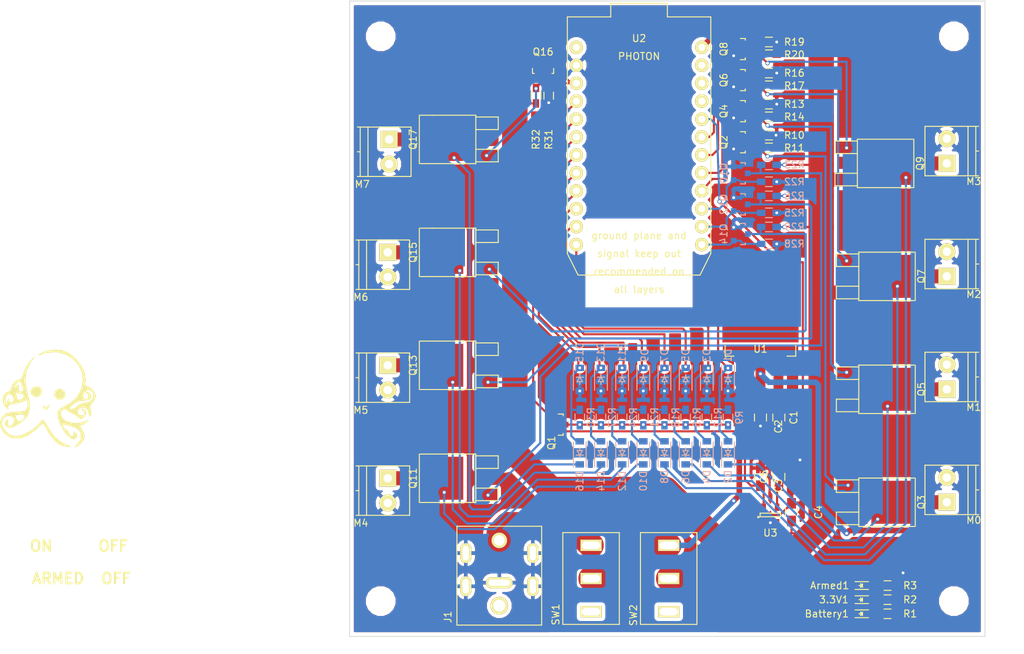
<source format=kicad_pcb>
(kicad_pcb (version 4) (host pcbnew 4.0.1-stable)
  (layers (0 F.Cu signal) (31 B.Cu signal) (34 B.Paste user) (35 F.Paste user) (36 B.SilkS user) (37 F.SilkS user) (38 B.Mask user) (39 F.Mask user) (44 Edge.Cuts user))
  (net 0 "")
  (net 1 VCCsense)
  (net 2 3.3V)
  (net 3 Armed)
  (net 4 /ematch-0/EMATCH_VCC)
  (net 5 Sense0)
  (net 6 Sense1)
  (net 7 Sense2)
  (net 8 Sense3)
  (net 9 Sense4)
  (net 10 Sense5)
  (net 11 Sense6)
  (net 12 Sense7)
  (net 13 SenseSwitch)
  (net 14 Fire0)
  (net 15 12V)
  (net 16 Fire1)
  (net 17 Fire2)
  (net 18 Fire3)
  (net 19 Fire4)
  (net 20 Fire5)
  (net 21 Fire6)
  (net 22 Fire7)
  (net 23 GND)
  (net 24 /ematch-0/VCC)
  (net 25 /ematch-1/EMATCH_VCC)
  (net 26 /ematch-2/EMATCH_VCC)
  (net 27 /ematch-3/EMATCH_VCC)
  (net 28 /ematch-4/EMATCH_VCC)
  (net 29 /ematch-5/EMATCH_VCC)
  (net 30 /ematch-6/EMATCH_VCC)
  (net 31 /ematch-7/EMATCH_VCC)
  (net 32 12VSwitched)
  (net 33 "Net-(C5-Pad1)")
  (net 34 "Net-(Q2-Pad3)")
  (net 35 "Net-(Q4-Pad3)")
  (net 36 "Net-(Q6-Pad3)")
  (net 37 "Net-(Q8-Pad3)")
  (net 38 "Net-(Q10-Pad3)")
  (net 39 "Net-(Q12-Pad3)")
  (net 40 "Net-(Q14-Pad3)")
  (net 41 "Net-(Q16-Pad3)")
  (net 42 "Net-(3.3V1-Pad1)")
  (net 43 "Net-(Armed1-Pad1)")
  (net 44 "Net-(Battery1-Pad1)")
  (module Terminal_Blocks:TerminalBlock_Pheonix_PT-3.5mm_2pol (layer F.Cu) (at 176.6 73 90)
    (fp_text reference M3 (at -2.54 3.81 180) (layer F.SilkS))
    (fp_text value E-MATCH)
    (pad 2 thru_hole circle (at 3.5 0 90) (size 2.4 2.4) (drill 1.2) (layers *.Cu *.Mask F.SilkS) (net 23 GND))
    (pad 1 thru_hole rect (at 0 0 90) (size 2.4 2.4) (drill 1.2) (layers *.Cu *.Mask F.SilkS) (net 27 /ematch-3/EMATCH_VCC))
  )
  (module Terminal_Blocks:TerminalBlock_Pheonix_PT-3.5mm_2pol (layer F.Cu) (at 97.4 85.6 270)
    (fp_text reference M6 (at 6.35 3.81 360) (layer F.SilkS))
    (fp_text value E-MATCH)
    (pad 2 thru_hole circle (at 3.5 0 270) (size 2.4 2.4) (drill 1.2) (layers *.Cu *.Mask F.SilkS) (net 23 GND))
    (pad 1 thru_hole rect (at 0 0 270) (size 2.4 2.4) (drill 1.2) (layers *.Cu *.Mask F.SilkS) (net 30 /ematch-6/EMATCH_VCC))
  )
  (module Capacitors_SMD:C_0805_HandSoldering (layer F.Cu) (at 152.8 109 270)
    (fp_text reference C1 (at 0 -2.1 270) (layer F.SilkS))
    (fp_text value 10uF)
    (pad 1 smd rect (at -1.25 0 270) (size 1.5 1.25) (layers F.Cu F.Paste F.Mask) (net 32 12VSwitched))
    (pad 2 smd rect (at 1.25 0 270) (size 1.5 1.25) (layers F.Cu F.Paste F.Mask) (net 23 GND))
  )
  (module Capacitors_SMD:C_0805_HandSoldering (layer F.Cu) (at 150.2 109 270)
    (fp_text reference C2 (at 1.27 -2.54 270) (layer F.SilkS))
    (fp_text value 10uF)
    (pad 1 smd rect (at -1.25 0 270) (size 1.5 1.25) (layers F.Cu F.Paste F.Mask) (net 2 3.3V))
    (pad 2 smd rect (at 1.25 0 270) (size 1.5 1.25) (layers F.Cu F.Paste F.Mask) (net 23 GND))
  )
  (module Capacitors_SMD:C_0805_HandSoldering (layer F.Cu) (at 150.2 117.4 90)
    (fp_text reference C3 (at -1.27 2.54 90) (layer F.SilkS))
    (fp_text value 10uF)
    (pad 1 smd rect (at -1.25 0 90) (size 1.5 1.25) (layers F.Cu F.Paste F.Mask) (net 3 Armed))
    (pad 2 smd rect (at 1.25 0 90) (size 1.5 1.25) (layers F.Cu F.Paste F.Mask) (net 23 GND))
  )
  (module Capacitors_SMD:C_0805_HandSoldering (layer F.Cu) (at 154.6 122.4 90)
    (fp_text reference C4 (at 0 3.81 90) (layer F.SilkS))
    (fp_text value 10uF)
    (pad 1 smd rect (at -1.25 0 90) (size 1.5 1.25) (layers F.Cu F.Paste F.Mask) (net 24 /ematch-0/VCC))
    (pad 2 smd rect (at 1.25 0 90) (size 1.5 1.25) (layers F.Cu F.Paste F.Mask) (net 23 GND))
  )
  (module Diodes_SMD:SOD-123 (layer B.Cu) (at 145.6 103.6 270)
    (fp_text reference D1 (at -3.4 0 270) (layer B.SilkS) (effects (justify mirror)))
    (fp_text value ZENER)
    (pad 1 smd rect (at -1.635 0 270) (size 0.91 1.22) (layers B.Cu B.Paste B.Mask) (net 5 Sense0))
    (pad 2 smd rect (at 1.635 0 270) (size 0.91 1.22) (layers B.Cu B.Paste B.Mask) (net 23 GND))
  )
  (module Diodes_SMD:SOD-123 (layer B.Cu) (at 145.6 114 90)
    (fp_text reference D2 (at -3.4 0 90) (layer B.SilkS) (effects (justify mirror)))
    (fp_text value D)
    (pad 1 smd rect (at -1.635 0 90) (size 0.91 1.22) (layers B.Cu B.Paste B.Mask) (net 4 /ematch-0/EMATCH_VCC))
    (pad 2 smd rect (at 1.635 0 90) (size 0.91 1.22) (layers B.Cu B.Paste B.Mask) (net 5 Sense0))
  )
  (module Diodes_SMD:SOD-123 (layer B.Cu) (at 142.6 103.6 270)
    (fp_text reference D3 (at -3.4 0 270) (layer B.SilkS) (effects (justify mirror)))
    (fp_text value ZENER)
    (pad 1 smd rect (at -1.635 0 270) (size 0.91 1.22) (layers B.Cu B.Paste B.Mask) (net 6 Sense1))
    (pad 2 smd rect (at 1.635 0 270) (size 0.91 1.22) (layers B.Cu B.Paste B.Mask) (net 23 GND))
  )
  (module Diodes_SMD:SOD-123 (layer B.Cu) (at 142.6 114 90)
    (fp_text reference D4 (at -3.4 0 90) (layer B.SilkS) (effects (justify mirror)))
    (fp_text value D)
    (pad 1 smd rect (at -1.635 0 90) (size 0.91 1.22) (layers B.Cu B.Paste B.Mask) (net 25 /ematch-1/EMATCH_VCC))
    (pad 2 smd rect (at 1.635 0 90) (size 0.91 1.22) (layers B.Cu B.Paste B.Mask) (net 6 Sense1))
  )
  (module Diodes_SMD:SOD-123 (layer B.Cu) (at 139.6 103.6 270)
    (fp_text reference D5 (at -3.4 0 270) (layer B.SilkS) (effects (justify mirror)))
    (fp_text value ZENER)
    (pad 1 smd rect (at -1.635 0 270) (size 0.91 1.22) (layers B.Cu B.Paste B.Mask) (net 7 Sense2))
    (pad 2 smd rect (at 1.635 0 270) (size 0.91 1.22) (layers B.Cu B.Paste B.Mask) (net 23 GND))
  )
  (module Diodes_SMD:SOD-123 (layer B.Cu) (at 139.6 114 90)
    (fp_text reference D6 (at -3.4 0 90) (layer B.SilkS) (effects (justify mirror)))
    (fp_text value D)
    (pad 1 smd rect (at -1.635 0 90) (size 0.91 1.22) (layers B.Cu B.Paste B.Mask) (net 26 /ematch-2/EMATCH_VCC))
    (pad 2 smd rect (at 1.635 0 90) (size 0.91 1.22) (layers B.Cu B.Paste B.Mask) (net 7 Sense2))
  )
  (module Diodes_SMD:SOD-123 (layer B.Cu) (at 136.6 103.6 270)
    (fp_text reference D7 (at -3.4 0 270) (layer B.SilkS) (effects (justify mirror)))
    (fp_text value ZENER)
    (pad 1 smd rect (at -1.635 0 270) (size 0.91 1.22) (layers B.Cu B.Paste B.Mask) (net 8 Sense3))
    (pad 2 smd rect (at 1.635 0 270) (size 0.91 1.22) (layers B.Cu B.Paste B.Mask) (net 23 GND))
  )
  (module Diodes_SMD:SOD-123 (layer B.Cu) (at 136.6 114 90)
    (fp_text reference D8 (at -3.4 0 90) (layer B.SilkS) (effects (justify mirror)))
    (fp_text value D)
    (pad 1 smd rect (at -1.635 0 90) (size 0.91 1.22) (layers B.Cu B.Paste B.Mask) (net 27 /ematch-3/EMATCH_VCC))
    (pad 2 smd rect (at 1.635 0 90) (size 0.91 1.22) (layers B.Cu B.Paste B.Mask) (net 8 Sense3))
  )
  (module Diodes_SMD:SOD-123 (layer B.Cu) (at 133.6 103.6 270)
    (fp_text reference D9 (at -3.4 -0.2 450) (layer B.SilkS) (effects (justify mirror)))
    (fp_text value ZENER)
    (pad 1 smd rect (at -1.635 0 270) (size 0.91 1.22) (layers B.Cu B.Paste B.Mask) (net 9 Sense4))
    (pad 2 smd rect (at 1.635 0 270) (size 0.91 1.22) (layers B.Cu B.Paste B.Mask) (net 23 GND))
  )
  (module Diodes_SMD:SOD-123 (layer B.Cu) (at 133.6 114 90)
    (fp_text reference D10 (at -4 0 90) (layer B.SilkS) (effects (justify mirror)))
    (fp_text value D)
    (pad 1 smd rect (at -1.635 0 90) (size 0.91 1.22) (layers B.Cu B.Paste B.Mask) (net 28 /ematch-4/EMATCH_VCC))
    (pad 2 smd rect (at 1.635 0 90) (size 0.91 1.22) (layers B.Cu B.Paste B.Mask) (net 9 Sense4))
  )
  (module Diodes_SMD:SOD-123 (layer B.Cu) (at 130.6 103.6 270)
    (fp_text reference D11 (at -3.8 0 270) (layer B.SilkS) (effects (justify mirror)))
    (fp_text value ZENER)
    (pad 1 smd rect (at -1.635 0 270) (size 0.91 1.22) (layers B.Cu B.Paste B.Mask) (net 10 Sense5))
    (pad 2 smd rect (at 1.635 0 270) (size 0.91 1.22) (layers B.Cu B.Paste B.Mask) (net 23 GND))
  )
  (module Diodes_SMD:SOD-123 (layer B.Cu) (at 130.6 114 90)
    (fp_text reference D12 (at -4 0 90) (layer B.SilkS) (effects (justify mirror)))
    (fp_text value D)
    (pad 1 smd rect (at -1.635 0 90) (size 0.91 1.22) (layers B.Cu B.Paste B.Mask) (net 29 /ematch-5/EMATCH_VCC))
    (pad 2 smd rect (at 1.635 0 90) (size 0.91 1.22) (layers B.Cu B.Paste B.Mask) (net 10 Sense5))
  )
  (module Diodes_SMD:SOD-123 (layer B.Cu) (at 127.6 103.6 270)
    (fp_text reference D13 (at -3.8 0 270) (layer B.SilkS) (effects (justify mirror)))
    (fp_text value ZENER)
    (pad 1 smd rect (at -1.635 0 270) (size 0.91 1.22) (layers B.Cu B.Paste B.Mask) (net 11 Sense6))
    (pad 2 smd rect (at 1.635 0 270) (size 0.91 1.22) (layers B.Cu B.Paste B.Mask) (net 23 GND))
  )
  (module Diodes_SMD:SOD-123 (layer B.Cu) (at 127.6 114 90)
    (fp_text reference D14 (at -4 0 90) (layer B.SilkS) (effects (justify mirror)))
    (fp_text value D)
    (pad 1 smd rect (at -1.635 0 90) (size 0.91 1.22) (layers B.Cu B.Paste B.Mask) (net 30 /ematch-6/EMATCH_VCC))
    (pad 2 smd rect (at 1.635 0 90) (size 0.91 1.22) (layers B.Cu B.Paste B.Mask) (net 11 Sense6))
  )
  (module Diodes_SMD:SOD-123 (layer B.Cu) (at 124.6 103.6 270)
    (fp_text reference D15 (at -3.8 0 270) (layer B.SilkS) (effects (justify mirror)))
    (fp_text value ZENER)
    (pad 1 smd rect (at -1.635 0 270) (size 0.91 1.22) (layers B.Cu B.Paste B.Mask) (net 12 Sense7))
    (pad 2 smd rect (at 1.635 0 270) (size 0.91 1.22) (layers B.Cu B.Paste B.Mask) (net 23 GND))
  )
  (module Diodes_SMD:SOD-123 (layer B.Cu) (at 124.6 114 90)
    (fp_text reference D16 (at -4 0 90) (layer B.SilkS) (effects (justify mirror)))
    (fp_text value D)
    (pad 1 smd rect (at -1.635 0 90) (size 0.91 1.22) (layers B.Cu B.Paste B.Mask) (net 31 /ematch-7/EMATCH_VCC))
    (pad 2 smd rect (at 1.635 0 90) (size 0.91 1.22) (layers B.Cu B.Paste B.Mask) (net 12 Sense7))
  )
  (module Terminal_Blocks:TerminalBlock_Pheonix_PT-3.5mm_2pol (layer F.Cu) (at 176.6 105 90)
    (fp_text reference M1 (at -2.54 3.81 180) (layer F.SilkS))
    (fp_text value E-MATCH)
    (pad 2 thru_hole circle (at 3.5 0 90) (size 2.4 2.4) (drill 1.2) (layers *.Cu *.Mask F.SilkS) (net 23 GND))
    (pad 1 thru_hole rect (at 0 0 90) (size 2.4 2.4) (drill 1.2) (layers *.Cu *.Mask F.SilkS) (net 25 /ematch-1/EMATCH_VCC))
  )
  (module Terminal_Blocks:TerminalBlock_Pheonix_PT-3.5mm_2pol (layer F.Cu) (at 176.6 89 90)
    (fp_text reference M2 (at -2.54 3.81 180) (layer F.SilkS))
    (fp_text value E-MATCH)
    (pad 2 thru_hole circle (at 3.5 0 90) (size 2.4 2.4) (drill 1.2) (layers *.Cu *.Mask F.SilkS) (net 23 GND))
    (pad 1 thru_hole rect (at 0 0 90) (size 2.4 2.4) (drill 1.2) (layers *.Cu *.Mask F.SilkS) (net 26 /ematch-2/EMATCH_VCC))
  )
  (module Terminal_Blocks:TerminalBlock_Pheonix_PT-3.5mm_2pol (layer F.Cu) (at 97.4 117.6 270)
    (fp_text reference M4 (at 6.35 3.81 540) (layer F.SilkS))
    (fp_text value E-MATCH)
    (pad 2 thru_hole circle (at 3.5 0 270) (size 2.4 2.4) (drill 1.2) (layers *.Cu *.Mask F.SilkS) (net 23 GND))
    (pad 1 thru_hole rect (at 0 0 270) (size 2.4 2.4) (drill 1.2) (layers *.Cu *.Mask F.SilkS) (net 28 /ematch-4/EMATCH_VCC))
  )
  (module Terminal_Blocks:TerminalBlock_Pheonix_PT-3.5mm_2pol (layer F.Cu) (at 97.4 101.6 270)
    (fp_text reference M5 (at 6.35 3.81 360) (layer F.SilkS))
    (fp_text value E-MATCH)
    (pad 2 thru_hole circle (at 3.5 0 270) (size 2.4 2.4) (drill 1.2) (layers *.Cu *.Mask F.SilkS) (net 23 GND))
    (pad 1 thru_hole rect (at 0 0 270) (size 2.4 2.4) (drill 1.2) (layers *.Cu *.Mask F.SilkS) (net 29 /ematch-5/EMATCH_VCC))
  )
  (module Terminal_Blocks:TerminalBlock_Pheonix_PT-3.5mm_2pol (layer F.Cu) (at 97.6 69.6 270)
    (fp_text reference M7 (at 6.35 3.81 360) (layer F.SilkS))
    (fp_text value E-MATCH)
    (pad 2 thru_hole circle (at 3.5 0 270) (size 2.4 2.4) (drill 1.2) (layers *.Cu *.Mask F.SilkS) (net 23 GND))
    (pad 1 thru_hole rect (at 0 0 270) (size 2.4 2.4) (drill 1.2) (layers *.Cu *.Mask F.SilkS) (net 31 /ematch-7/EMATCH_VCC))
  )
  (module TO_SOT_Packages_SMD:TO-252-2Lead (layer F.Cu) (at 162.6 121 270)
    (fp_text reference Q3 (at 0 -10.414 270) (layer F.SilkS))
    (fp_text value Q_NMOS_GDS hide)
    (pad 1 smd rect (at -2.286 0 270) (size 1.651 3.048) (layers F.Cu F.Paste F.Mask) (net 34 "Net-(Q2-Pad3)"))
    (pad 2 smd rect (at 0 -6.35 270) (size 6.096 6.096) (layers F.Cu F.Paste F.Mask) (net 4 /ematch-0/EMATCH_VCC))
    (pad 3 smd rect (at 2.286 0 270) (size 1.651 3.048) (layers F.Cu F.Paste F.Mask) (net 24 /ematch-0/VCC))
  )
  (module TO_SOT_Packages_SMD:TO-252-2Lead (layer F.Cu) (at 162.6 105 270)
    (fp_text reference Q5 (at 0 -10.414 270) (layer F.SilkS))
    (fp_text value Q_NMOS_GDS hide)
    (pad 1 smd rect (at -2.286 0 270) (size 1.651 3.048) (layers F.Cu F.Paste F.Mask) (net 35 "Net-(Q4-Pad3)"))
    (pad 2 smd rect (at 0 -6.35 270) (size 6.096 6.096) (layers F.Cu F.Paste F.Mask) (net 25 /ematch-1/EMATCH_VCC))
    (pad 3 smd rect (at 2.286 0 270) (size 1.651 3.048) (layers F.Cu F.Paste F.Mask) (net 24 /ematch-0/VCC))
  )
  (module TO_SOT_Packages_SMD:TO-252-2Lead (layer F.Cu) (at 162.6 89 270)
    (fp_text reference Q7 (at 0 -10.414 270) (layer F.SilkS))
    (fp_text value Q_NMOS_GDS hide)
    (pad 1 smd rect (at -2.286 0 270) (size 1.651 3.048) (layers F.Cu F.Paste F.Mask) (net 36 "Net-(Q6-Pad3)"))
    (pad 2 smd rect (at 0 -6.35 270) (size 6.096 6.096) (layers F.Cu F.Paste F.Mask) (net 26 /ematch-2/EMATCH_VCC))
    (pad 3 smd rect (at 2.286 0 270) (size 1.651 3.048) (layers F.Cu F.Paste F.Mask) (net 24 /ematch-0/VCC))
  )
  (module TO_SOT_Packages_SMD:TO-252-2Lead (layer F.Cu) (at 162.4 73 270)
    (fp_text reference Q9 (at 0 -10.414 270) (layer F.SilkS))
    (fp_text value Q_NMOS_GDS hide)
    (pad 1 smd rect (at -2.286 0 270) (size 1.651 3.048) (layers F.Cu F.Paste F.Mask) (net 37 "Net-(Q8-Pad3)"))
    (pad 2 smd rect (at 0 -6.35 270) (size 6.096 6.096) (layers F.Cu F.Paste F.Mask) (net 27 /ematch-3/EMATCH_VCC))
    (pad 3 smd rect (at 2.286 0 270) (size 1.651 3.048) (layers F.Cu F.Paste F.Mask) (net 24 /ematch-0/VCC))
  )
  (module TO_SOT_Packages_SMD:TO-252-2Lead (layer F.Cu) (at 111.4 117.6 90)
    (fp_text reference Q11 (at 0 -10.414 90) (layer F.SilkS))
    (fp_text value Q_NMOS_GDS hide)
    (pad 1 smd rect (at -2.286 0 90) (size 1.651 3.048) (layers F.Cu F.Paste F.Mask) (net 38 "Net-(Q10-Pad3)"))
    (pad 2 smd rect (at 0 -6.35 90) (size 6.096 6.096) (layers F.Cu F.Paste F.Mask) (net 28 /ematch-4/EMATCH_VCC))
    (pad 3 smd rect (at 2.286 0 90) (size 1.651 3.048) (layers F.Cu F.Paste F.Mask) (net 24 /ematch-0/VCC))
  )
  (module TO_SOT_Packages_SMD:TO-252-2Lead (layer F.Cu) (at 111.4 101.6 90)
    (fp_text reference Q13 (at 0 -10.414 90) (layer F.SilkS))
    (fp_text value Q_NMOS_GDS hide)
    (pad 1 smd rect (at -2.286 0 90) (size 1.651 3.048) (layers F.Cu F.Paste F.Mask) (net 39 "Net-(Q12-Pad3)"))
    (pad 2 smd rect (at 0 -6.35 90) (size 6.096 6.096) (layers F.Cu F.Paste F.Mask) (net 29 /ematch-5/EMATCH_VCC))
    (pad 3 smd rect (at 2.286 0 90) (size 1.651 3.048) (layers F.Cu F.Paste F.Mask) (net 24 /ematch-0/VCC))
  )
  (module TO_SOT_Packages_SMD:TO-252-2Lead (layer F.Cu) (at 111.4 85.6 90)
    (fp_text reference Q15 (at 0 -10.414 90) (layer F.SilkS))
    (fp_text value Q_NMOS_GDS hide)
    (pad 1 smd rect (at -2.286 0 90) (size 1.651 3.048) (layers F.Cu F.Paste F.Mask) (net 40 "Net-(Q14-Pad3)"))
    (pad 2 smd rect (at 0 -6.35 90) (size 6.096 6.096) (layers F.Cu F.Paste F.Mask) (net 30 /ematch-6/EMATCH_VCC))
    (pad 3 smd rect (at 2.286 0 90) (size 1.651 3.048) (layers F.Cu F.Paste F.Mask) (net 24 /ematch-0/VCC))
  )
  (module TO_SOT_Packages_SMD:TO-252-2Lead (layer F.Cu) (at 111.4 69.6 90)
    (fp_text reference Q17 (at 0 -10.414 90) (layer F.SilkS))
    (fp_text value Q_NMOS_GDS hide)
    (pad 1 smd rect (at -2.286 0 90) (size 1.651 3.048) (layers F.Cu F.Paste F.Mask) (net 41 "Net-(Q16-Pad3)"))
    (pad 2 smd rect (at 0 -6.35 90) (size 6.096 6.096) (layers F.Cu F.Paste F.Mask) (net 31 /ematch-7/EMATCH_VCC))
    (pad 3 smd rect (at 2.286 0 90) (size 1.651 3.048) (layers F.Cu F.Paste F.Mask) (net 24 /ematch-0/VCC))
  )
  (module Resistors_SMD:R_0603_HandSoldering (layer B.Cu) (at 145.6 109 270)
    (fp_text reference R9 (at 0 -1.6 270) (layer B.SilkS) (effects (justify mirror)))
    (fp_text value 500)
    (pad 1 smd rect (at -1.1 0 270) (size 1.2 0.9) (layers B.Cu B.Paste B.Mask) (net 5 Sense0))
    (pad 2 smd rect (at 1.1 0 270) (size 1.2 0.9) (layers B.Cu B.Paste B.Mask) (net 1 VCCsense))
  )
  (module Resistors_SMD:R_0603_HandSoldering (layer F.Cu) (at 151.4 69)
    (fp_text reference R10 (at 3.6 0) (layer F.SilkS))
    (fp_text value 10k)
    (pad 1 smd rect (at -1.1 0) (size 1.2 0.9) (layers F.Cu F.Paste F.Mask) (net 14 Fire0))
    (pad 2 smd rect (at 1.1 0) (size 1.2 0.9) (layers F.Cu F.Paste F.Mask) (net 23 GND))
  )
  (module Resistors_SMD:R_0603_HandSoldering (layer F.Cu) (at 151.4 70.8 180)
    (fp_text reference R11 (at -3.6 0 180) (layer F.SilkS))
    (fp_text value 10k)
    (pad 1 smd rect (at -1.1 0 180) (size 1.2 0.9) (layers F.Cu F.Paste F.Mask) (net 24 /ematch-0/VCC))
    (pad 2 smd rect (at 1.1 0 180) (size 1.2 0.9) (layers F.Cu F.Paste F.Mask) (net 34 "Net-(Q2-Pad3)"))
  )
  (module Resistors_SMD:R_0603_HandSoldering (layer B.Cu) (at 142.6 109 270)
    (fp_text reference R12 (at 0 -1.6 270) (layer B.SilkS) (effects (justify mirror)))
    (fp_text value 500)
    (pad 1 smd rect (at -1.1 0 270) (size 1.2 0.9) (layers B.Cu B.Paste B.Mask) (net 6 Sense1))
    (pad 2 smd rect (at 1.1 0 270) (size 1.2 0.9) (layers B.Cu B.Paste B.Mask) (net 1 VCCsense))
  )
  (module Resistors_SMD:R_0603_HandSoldering (layer F.Cu) (at 151.4 64.6)
    (fp_text reference R13 (at 3.6 0) (layer F.SilkS))
    (fp_text value 10k)
    (pad 1 smd rect (at -1.1 0) (size 1.2 0.9) (layers F.Cu F.Paste F.Mask) (net 16 Fire1))
    (pad 2 smd rect (at 1.1 0) (size 1.2 0.9) (layers F.Cu F.Paste F.Mask) (net 23 GND))
  )
  (module Resistors_SMD:R_0603_HandSoldering (layer F.Cu) (at 151.4 66.4 180)
    (fp_text reference R14 (at -3.6 0 180) (layer F.SilkS))
    (fp_text value 10k)
    (pad 1 smd rect (at -1.1 0 180) (size 1.2 0.9) (layers F.Cu F.Paste F.Mask) (net 24 /ematch-0/VCC))
    (pad 2 smd rect (at 1.1 0 180) (size 1.2 0.9) (layers F.Cu F.Paste F.Mask) (net 35 "Net-(Q4-Pad3)"))
  )
  (module Resistors_SMD:R_0603_HandSoldering (layer B.Cu) (at 139.6 109 270)
    (fp_text reference R15 (at 0 -1.6 270) (layer B.SilkS) (effects (justify mirror)))
    (fp_text value 500)
    (pad 1 smd rect (at -1.1 0 270) (size 1.2 0.9) (layers B.Cu B.Paste B.Mask) (net 7 Sense2))
    (pad 2 smd rect (at 1.1 0 270) (size 1.2 0.9) (layers B.Cu B.Paste B.Mask) (net 1 VCCsense))
  )
  (module Resistors_SMD:R_0603_HandSoldering (layer F.Cu) (at 151.4 60.2)
    (fp_text reference R16 (at 3.6 0) (layer F.SilkS))
    (fp_text value 10k)
    (pad 1 smd rect (at -1.1 0) (size 1.2 0.9) (layers F.Cu F.Paste F.Mask) (net 17 Fire2))
    (pad 2 smd rect (at 1.1 0) (size 1.2 0.9) (layers F.Cu F.Paste F.Mask) (net 23 GND))
  )
  (module Resistors_SMD:R_0603_HandSoldering (layer F.Cu) (at 151.4 62 180)
    (fp_text reference R17 (at -3.6 0 180) (layer F.SilkS))
    (fp_text value 10k)
    (pad 1 smd rect (at -1.1 0 180) (size 1.2 0.9) (layers F.Cu F.Paste F.Mask) (net 24 /ematch-0/VCC))
    (pad 2 smd rect (at 1.1 0 180) (size 1.2 0.9) (layers F.Cu F.Paste F.Mask) (net 36 "Net-(Q6-Pad3)"))
  )
  (module Resistors_SMD:R_0603_HandSoldering (layer B.Cu) (at 136.6 109 270)
    (fp_text reference R18 (at 0 -1.6 270) (layer B.SilkS) (effects (justify mirror)))
    (fp_text value 500)
    (pad 1 smd rect (at -1.1 0 270) (size 1.2 0.9) (layers B.Cu B.Paste B.Mask) (net 8 Sense3))
    (pad 2 smd rect (at 1.1 0 270) (size 1.2 0.9) (layers B.Cu B.Paste B.Mask) (net 1 VCCsense))
  )
  (module Resistors_SMD:R_0603_HandSoldering (layer F.Cu) (at 151.4 55.8)
    (fp_text reference R19 (at 3.6 0) (layer F.SilkS))
    (fp_text value 10k)
    (pad 1 smd rect (at -1.1 0) (size 1.2 0.9) (layers F.Cu F.Paste F.Mask) (net 18 Fire3))
    (pad 2 smd rect (at 1.1 0) (size 1.2 0.9) (layers F.Cu F.Paste F.Mask) (net 23 GND))
  )
  (module Resistors_SMD:R_0603_HandSoldering (layer F.Cu) (at 151.4 57.6 180)
    (fp_text reference R20 (at -3.6 0 180) (layer F.SilkS))
    (fp_text value 10k)
    (pad 1 smd rect (at -1.1 0 180) (size 1.2 0.9) (layers F.Cu F.Paste F.Mask) (net 24 /ematch-0/VCC))
    (pad 2 smd rect (at 1.1 0 180) (size 1.2 0.9) (layers F.Cu F.Paste F.Mask) (net 37 "Net-(Q8-Pad3)"))
  )
  (module Resistors_SMD:R_0603_HandSoldering (layer B.Cu) (at 133.6 109 270)
    (fp_text reference R21 (at 0 -1.6 270) (layer B.SilkS) (effects (justify mirror)))
    (fp_text value 500)
    (pad 1 smd rect (at -1.1 0 270) (size 1.2 0.9) (layers B.Cu B.Paste B.Mask) (net 9 Sense4))
    (pad 2 smd rect (at 1.1 0 270) (size 1.2 0.9) (layers B.Cu B.Paste B.Mask) (net 1 VCCsense))
  )
  (module Resistors_SMD:R_0603_HandSoldering (layer B.Cu) (at 151.4 75.6)
    (fp_text reference R22 (at 3.6 0) (layer B.SilkS) (effects (justify mirror)))
    (fp_text value 10k)
    (pad 1 smd rect (at -1.1 0) (size 1.2 0.9) (layers B.Cu B.Paste B.Mask) (net 19 Fire4))
    (pad 2 smd rect (at 1.1 0) (size 1.2 0.9) (layers B.Cu B.Paste B.Mask) (net 23 GND))
  )
  (module Resistors_SMD:R_0603_HandSoldering (layer B.Cu) (at 151.4 73.2 180)
    (fp_text reference R23 (at -3.6 0 180) (layer B.SilkS) (effects (justify mirror)))
    (fp_text value 10k)
    (pad 1 smd rect (at -1.1 0 180) (size 1.2 0.9) (layers B.Cu B.Paste B.Mask) (net 24 /ematch-0/VCC))
    (pad 2 smd rect (at 1.1 0 180) (size 1.2 0.9) (layers B.Cu B.Paste B.Mask) (net 38 "Net-(Q10-Pad3)"))
  )
  (module Resistors_SMD:R_0603_HandSoldering (layer B.Cu) (at 130.6 109 270)
    (fp_text reference R24 (at 0 -1.6 270) (layer B.SilkS) (effects (justify mirror)))
    (fp_text value 500)
    (pad 1 smd rect (at -1.1 0 270) (size 1.2 0.9) (layers B.Cu B.Paste B.Mask) (net 10 Sense5))
    (pad 2 smd rect (at 1.1 0 270) (size 1.2 0.9) (layers B.Cu B.Paste B.Mask) (net 1 VCCsense))
  )
  (module Resistors_SMD:R_0603_HandSoldering (layer B.Cu) (at 151.4 80)
    (fp_text reference R25 (at 3.6 0) (layer B.SilkS) (effects (justify mirror)))
    (fp_text value 10k)
    (pad 1 smd rect (at -1.1 0) (size 1.2 0.9) (layers B.Cu B.Paste B.Mask) (net 20 Fire5))
    (pad 2 smd rect (at 1.1 0) (size 1.2 0.9) (layers B.Cu B.Paste B.Mask) (net 23 GND))
  )
  (module Resistors_SMD:R_0603_HandSoldering (layer B.Cu) (at 151.4 77.6 180)
    (fp_text reference R26 (at -3.6 0 180) (layer B.SilkS) (effects (justify mirror)))
    (fp_text value 10k)
    (pad 1 smd rect (at -1.1 0 180) (size 1.2 0.9) (layers B.Cu B.Paste B.Mask) (net 24 /ematch-0/VCC))
    (pad 2 smd rect (at 1.1 0 180) (size 1.2 0.9) (layers B.Cu B.Paste B.Mask) (net 39 "Net-(Q12-Pad3)"))
  )
  (module Resistors_SMD:R_0603_HandSoldering (layer B.Cu) (at 127.6 109 270)
    (fp_text reference R27 (at 0 -1.6 270) (layer B.SilkS) (effects (justify mirror)))
    (fp_text value 500)
    (pad 1 smd rect (at -1.1 0 270) (size 1.2 0.9) (layers B.Cu B.Paste B.Mask) (net 11 Sense6))
    (pad 2 smd rect (at 1.1 0 270) (size 1.2 0.9) (layers B.Cu B.Paste B.Mask) (net 1 VCCsense))
  )
  (module Resistors_SMD:R_0603_HandSoldering (layer B.Cu) (at 151.4 84.4)
    (fp_text reference R28 (at 3.6 0) (layer B.SilkS) (effects (justify mirror)))
    (fp_text value 10k)
    (pad 1 smd rect (at -1.1 0) (size 1.2 0.9) (layers B.Cu B.Paste B.Mask) (net 21 Fire6))
    (pad 2 smd rect (at 1.1 0) (size 1.2 0.9) (layers B.Cu B.Paste B.Mask) (net 23 GND))
  )
  (module Resistors_SMD:R_0603_HandSoldering (layer B.Cu) (at 151.4 82 180)
    (fp_text reference R29 (at -3.6 0 180) (layer B.SilkS) (effects (justify mirror)))
    (fp_text value 10k)
    (pad 1 smd rect (at -1.1 0 180) (size 1.2 0.9) (layers B.Cu B.Paste B.Mask) (net 24 /ematch-0/VCC))
    (pad 2 smd rect (at 1.1 0 180) (size 1.2 0.9) (layers B.Cu B.Paste B.Mask) (net 40 "Net-(Q14-Pad3)"))
  )
  (module Resistors_SMD:R_0603_HandSoldering (layer B.Cu) (at 124.6 109 270)
    (fp_text reference R30 (at 0 -1.6 270) (layer B.SilkS) (effects (justify mirror)))
    (fp_text value 500)
    (pad 1 smd rect (at -1.1 0 270) (size 1.2 0.9) (layers B.Cu B.Paste B.Mask) (net 12 Sense7))
    (pad 2 smd rect (at 1.1 0 270) (size 1.2 0.9) (layers B.Cu B.Paste B.Mask) (net 1 VCCsense))
  )
  (module Resistors_SMD:R_0603_HandSoldering (layer F.Cu) (at 120.2 63.4 270)
    (fp_text reference R31 (at 6.2 0 270) (layer F.SilkS))
    (fp_text value 10k)
    (pad 1 smd rect (at -1.1 0 270) (size 1.2 0.9) (layers F.Cu F.Paste F.Mask) (net 22 Fire7))
    (pad 2 smd rect (at 1.1 0 270) (size 1.2 0.9) (layers F.Cu F.Paste F.Mask) (net 23 GND))
  )
  (module Resistors_SMD:R_0603_HandSoldering (layer F.Cu) (at 118.4 63.4 90)
    (fp_text reference R32 (at -6.2 0 90) (layer F.SilkS))
    (fp_text value 10k)
    (pad 1 smd rect (at -1.1 0 90) (size 1.2 0.9) (layers F.Cu F.Paste F.Mask) (net 24 /ematch-0/VCC))
    (pad 2 smd rect (at 1.1 0 90) (size 1.2 0.9) (layers F.Cu F.Paste F.Mask) (net 41 "Net-(Q16-Pad3)"))
  )
  (module M2011LL1W01-switch:M2011LL1W01 (layer F.Cu) (at 126.2 131.8 180)
    (fp_text reference SW1 (at 5 -5.1 450) (layer F.SilkS))
    (fp_text value Power)
    (pad 1 thru_hole rect (at 0 4.7 180) (size 3 1.6) (drill oval 2.6 1.1) (layers *.Cu *.Mask F.SilkS) (net 15 12V))
    (pad 2 thru_hole rect (at 0 0 180) (size 3 1.6) (drill oval 2.6 1.1) (layers *.Cu *.Mask F.SilkS) (net 32 12VSwitched))
    (pad 3 thru_hole rect (at 0 -4.7 180) (size 3 1.6) (drill oval 2.6 1.1) (layers *.Cu *.Mask F.SilkS))
  )
  (module M2011LL1W01-switch:M2011LL1W01 (layer F.Cu) (at 137.2 131.8 180)
    (fp_text reference SW2 (at 5 -5.2 450) (layer F.SilkS))
    (fp_text value "Arm Hardware")
    (pad 1 thru_hole rect (at 0 4.7 180) (size 3 1.6) (drill oval 2.6 1.1) (layers *.Cu *.Mask F.SilkS) (net 32 12VSwitched))
    (pad 2 thru_hole rect (at 0 0 180) (size 3 1.6) (drill oval 2.6 1.1) (layers *.Cu *.Mask F.SilkS) (net 24 /ematch-0/VCC))
    (pad 3 thru_hole rect (at 0 -4.7 180) (size 3 1.6) (drill oval 2.6 1.1) (layers *.Cu *.Mask F.SilkS))
  )
  (module TO_SOT_Packages_SMD:TO-263-3Lead (layer F.Cu) (at 150.2 102.8 90)
    (fp_text reference U1 (at 3.5 0 180) (layer F.SilkS))
    (fp_text value "Photon Power")
    (pad 2 smd rect (at 0 0 90) (size 4.6 1.39) (layers F.Cu F.Paste F.Mask) (net 2 3.3V))
    (pad 4 smd rect (at 9.15 0 90) (size 9.4 10.8) (layers F.Cu F.Paste F.Mask))
    (pad 3 smd rect (at 0 2.54 90) (size 4.6 1.39) (layers F.Cu F.Paste F.Mask) (net 32 12VSwitched))
    (pad 1 smd rect (at 0 -2.54 90) (size 4.6 1.39) (layers F.Cu F.Paste F.Mask) (net 23 GND))
  )
  (module particle-boards:PHOTON (layer F.Cu) (at 133 71.8)
    (fp_text reference U2 (at 0 -16.51) (layer F.SilkS))
    (fp_text value PHOTON (at 0 -13.97) (layer F.SilkS))
    (fp_text user "all layers" (at 0 19.05) (layer F.SilkS))
    (fp_text user "recommended on" (at 0 16.51) (layer F.SilkS))
    (fp_text user "signal keep out" (at 0 13.97) (layer F.SilkS))
    (fp_text user "ground plane and" (at 0 11.43) (layer F.SilkS))
    (pad 1 thru_hole circle (at -8.89 -15.24) (size 1.9 1.9) (drill 1.02) (layers *.Cu *.Mask F.SilkS))
    (pad 2 thru_hole circle (at -8.89 -12.7) (size 1.9 1.9) (drill 1.02) (layers *.Cu *.Mask F.SilkS) (net 23 GND))
    (pad 3 thru_hole circle (at -8.89 -10.16) (size 1.9 1.9) (drill 1.02) (layers *.Cu *.Mask F.SilkS) (net 22 Fire7))
    (pad 4 thru_hole circle (at -8.89 -7.62) (size 1.9 1.9) (drill 1.02) (layers *.Cu *.Mask F.SilkS) (net 13 SenseSwitch))
    (pad 5 thru_hole circle (at -8.89 -5.08) (size 1.9 1.9) (drill 1.02) (layers *.Cu *.Mask F.SilkS) (net 12 Sense7))
    (pad 6 thru_hole circle (at -8.89 -2.54) (size 1.9 1.9) (drill 1.02) (layers *.Cu *.Mask F.SilkS) (net 11 Sense6))
    (pad 7 thru_hole circle (at -8.89 0) (size 1.9 1.9) (drill 1.02) (layers *.Cu *.Mask F.SilkS) (net 10 Sense5))
    (pad 8 thru_hole circle (at -8.89 2.54) (size 1.9 1.9) (drill 1.02) (layers *.Cu *.Mask F.SilkS) (net 9 Sense4))
    (pad 9 thru_hole circle (at -8.89 5.08) (size 1.9 1.9) (drill 1.02) (layers *.Cu *.Mask F.SilkS) (net 8 Sense3))
    (pad 10 thru_hole circle (at -8.89 7.62) (size 1.9 1.9) (drill 1.02) (layers *.Cu *.Mask F.SilkS) (net 7 Sense2))
    (pad 11 thru_hole circle (at -8.89 10.16) (size 1.9 1.9) (drill 1.02) (layers *.Cu *.Mask F.SilkS) (net 6 Sense1))
    (pad 12 thru_hole circle (at -8.89 12.7) (size 1.9 1.9) (drill 1.02) (layers *.Cu *.Mask F.SilkS) (net 5 Sense0))
    (pad 24 thru_hole circle (at 8.89 -15.24) (size 1.9 1.9) (drill 1.02) (layers *.Cu *.Mask F.SilkS) (net 2 3.3V))
    (pad 23 thru_hole circle (at 8.89 -12.7) (size 1.9 1.9) (drill 1.02) (layers *.Cu *.Mask F.SilkS))
    (pad 22 thru_hole circle (at 8.89 -10.16) (size 1.9 1.9) (drill 1.02) (layers *.Cu *.Mask F.SilkS))
    (pad 21 thru_hole circle (at 8.89 -7.62) (size 1.9 1.9) (drill 1.02) (layers *.Cu *.Mask F.SilkS))
    (pad 20 thru_hole circle (at 8.89 -5.08) (size 1.9 1.9) (drill 1.02) (layers *.Cu *.Mask F.SilkS) (net 3 Armed))
    (pad 19 thru_hole circle (at 8.89 -2.54) (size 1.9 1.9) (drill 1.02) (layers *.Cu *.Mask F.SilkS) (net 18 Fire3))
    (pad 18 thru_hole circle (at 8.89 0) (size 1.9 1.9) (drill 1.02) (layers *.Cu *.Mask F.SilkS) (net 17 Fire2))
    (pad 17 thru_hole circle (at 8.89 2.54) (size 1.9 1.9) (drill 1.02) (layers *.Cu *.Mask F.SilkS) (net 16 Fire1))
    (pad 16 thru_hole circle (at 8.89 5.08) (size 1.9 1.9) (drill 1.02) (layers *.Cu *.Mask F.SilkS) (net 14 Fire0))
    (pad 15 thru_hole circle (at 8.89 7.62) (size 1.9 1.9) (drill 1.02) (layers *.Cu *.Mask F.SilkS) (net 19 Fire4))
    (pad 14 thru_hole circle (at 8.89 10.16) (size 1.9 1.9) (drill 1.02) (layers *.Cu *.Mask F.SilkS) (net 20 Fire5))
    (pad 13 thru_hole circle (at 8.89 12.7) (size 1.9 1.9) (drill 1.02) (layers *.Cu *.Mask F.SilkS) (net 21 Fire6))
  )
  (module Terminal_Blocks:TerminalBlock_Pheonix_PT-3.5mm_2pol (layer F.Cu) (at 176.6 121 90)
    (fp_text reference M0 (at -2.54 3.81 360) (layer F.SilkS))
    (fp_text value E-MATCH)
    (pad 2 thru_hole circle (at 3.5 0 90) (size 2.4 2.4) (drill 1.2) (layers *.Cu *.Mask F.SilkS) (net 23 GND))
    (pad 1 thru_hole rect (at 0 0 90) (size 2.4 2.4) (drill 1.2) (layers *.Cu *.Mask F.SilkS) (net 4 /ematch-0/EMATCH_VCC))
  )
  (module TO_SOT_Packages_SMD:SOT-23 (layer F.Cu) (at 147.4 70 270)
    (fp_text reference Q2 (at 0 2.4 270) (layer F.SilkS))
    (fp_text value Q_PMOS_DGS hide)
    (pad 1 smd rect (at -0.95 1.00076 270) (size 0.8001 0.8001) (layers F.Cu F.Paste F.Mask) (net 14 Fire0))
    (pad 2 smd rect (at 0.95 1.00076 270) (size 0.8001 0.8001) (layers F.Cu F.Paste F.Mask) (net 23 GND))
    (pad 3 smd rect (at 0 -0.99822 270) (size 0.8001 0.8001) (layers F.Cu F.Paste F.Mask) (net 34 "Net-(Q2-Pad3)"))
  )
  (module TO_SOT_Packages_SMD:SOT-23 (layer F.Cu) (at 147.4 65.6 270)
    (fp_text reference Q4 (at 0 2.4 270) (layer F.SilkS))
    (fp_text value Q_PMOS_DGS hide)
    (pad 1 smd rect (at -0.95 1.00076 270) (size 0.8001 0.8001) (layers F.Cu F.Paste F.Mask) (net 16 Fire1))
    (pad 2 smd rect (at 0.95 1.00076 270) (size 0.8001 0.8001) (layers F.Cu F.Paste F.Mask) (net 23 GND))
    (pad 3 smd rect (at 0 -0.99822 270) (size 0.8001 0.8001) (layers F.Cu F.Paste F.Mask) (net 35 "Net-(Q4-Pad3)"))
  )
  (module TO_SOT_Packages_SMD:SOT-23 (layer F.Cu) (at 147.4 61.2 270)
    (fp_text reference Q6 (at 0 2.4 270) (layer F.SilkS))
    (fp_text value Q_PMOS_DGS hide)
    (pad 1 smd rect (at -0.95 1.00076 270) (size 0.8001 0.8001) (layers F.Cu F.Paste F.Mask) (net 17 Fire2))
    (pad 2 smd rect (at 0.95 1.00076 270) (size 0.8001 0.8001) (layers F.Cu F.Paste F.Mask) (net 23 GND))
    (pad 3 smd rect (at 0 -0.99822 270) (size 0.8001 0.8001) (layers F.Cu F.Paste F.Mask) (net 36 "Net-(Q6-Pad3)"))
  )
  (module TO_SOT_Packages_SMD:SOT-23 (layer F.Cu) (at 147.4 56.8 270)
    (fp_text reference Q8 (at 0 2.4 270) (layer F.SilkS))
    (fp_text value Q_PMOS_DGS hide)
    (pad 1 smd rect (at -0.95 1.00076 270) (size 0.8001 0.8001) (layers F.Cu F.Paste F.Mask) (net 18 Fire3))
    (pad 2 smd rect (at 0.95 1.00076 270) (size 0.8001 0.8001) (layers F.Cu F.Paste F.Mask) (net 23 GND))
    (pad 3 smd rect (at 0 -0.99822 270) (size 0.8001 0.8001) (layers F.Cu F.Paste F.Mask) (net 37 "Net-(Q8-Pad3)"))
  )
  (module TO_SOT_Packages_SMD:SOT-23 (layer B.Cu) (at 147.4 74.4 90)
    (fp_text reference Q10 (at 0 -2.4 90) (layer B.SilkS) (effects (justify mirror)))
    (fp_text value Q_PMOS_DGS hide)
    (pad 1 smd rect (at -0.95 -1.00076 90) (size 0.8001 0.8001) (layers B.Cu B.Paste B.Mask) (net 19 Fire4))
    (pad 2 smd rect (at 0.95 -1.00076 90) (size 0.8001 0.8001) (layers B.Cu B.Paste B.Mask) (net 23 GND))
    (pad 3 smd rect (at 0 0.99822 90) (size 0.8001 0.8001) (layers B.Cu B.Paste B.Mask) (net 38 "Net-(Q10-Pad3)"))
  )
  (module TO_SOT_Packages_SMD:SOT-23 (layer B.Cu) (at 147.4 78.8 90)
    (fp_text reference Q12 (at 0 -2.4 90) (layer B.SilkS) (effects (justify mirror)))
    (fp_text value Q_PMOS_DGS hide)
    (pad 1 smd rect (at -0.95 -1.00076 90) (size 0.8001 0.8001) (layers B.Cu B.Paste B.Mask) (net 20 Fire5))
    (pad 2 smd rect (at 0.95 -1.00076 90) (size 0.8001 0.8001) (layers B.Cu B.Paste B.Mask) (net 23 GND))
    (pad 3 smd rect (at 0 0.99822 90) (size 0.8001 0.8001) (layers B.Cu B.Paste B.Mask) (net 39 "Net-(Q12-Pad3)"))
  )
  (module TO_SOT_Packages_SMD:SOT-23 (layer B.Cu) (at 147.4 83 90)
    (fp_text reference Q14 (at 0 -2.4 90) (layer B.SilkS) (effects (justify mirror)))
    (fp_text value Q_PMOS_DGS hide)
    (pad 1 smd rect (at -0.95 -1.00076 90) (size 0.8001 0.8001) (layers B.Cu B.Paste B.Mask) (net 21 Fire6))
    (pad 2 smd rect (at 0.95 -1.00076 90) (size 0.8001 0.8001) (layers B.Cu B.Paste B.Mask) (net 23 GND))
    (pad 3 smd rect (at 0 0.99822 90) (size 0.8001 0.8001) (layers B.Cu B.Paste B.Mask) (net 40 "Net-(Q14-Pad3)"))
  )
  (module TO_SOT_Packages_SMD:SOT-23 (layer F.Cu) (at 119.4 59.6 180)
    (fp_text reference Q16 (at 0 2.4 360) (layer F.SilkS))
    (fp_text value Q_PMOS_DGS hide)
    (pad 1 smd rect (at -0.95 1.00076 180) (size 0.8001 0.8001) (layers F.Cu F.Paste F.Mask) (net 22 Fire7))
    (pad 2 smd rect (at 0.95 1.00076 180) (size 0.8001 0.8001) (layers F.Cu F.Paste F.Mask) (net 23 GND))
    (pad 3 smd rect (at 0 -0.99822 180) (size 0.8001 0.8001) (layers F.Cu F.Paste F.Mask) (net 41 "Net-(Q16-Pad3)"))
  )
  (module TO_SOT_Packages_SMD:SOT-23 (layer F.Cu) (at 121.6 110 270)
    (fp_text reference Q1 (at 2.6 1 270) (layer F.SilkS))
    (fp_text value "EMatch Test")
    (pad 1 smd rect (at -0.95 1.00076 270) (size 0.8001 0.8001) (layers F.Cu F.Paste F.Mask) (net 13 SenseSwitch))
    (pad 2 smd rect (at 0.95 1.00076 270) (size 0.8001 0.8001) (layers F.Cu F.Paste F.Mask) (net 2 3.3V))
    (pad 3 smd rect (at 0 -0.99822 270) (size 0.8001 0.8001) (layers F.Cu F.Paste F.Mask) (net 1 VCCsense))
  )
  (module PJ-082BH-Barrel-Connector:PJ-082BH-Barrel-Connector (layer F.Cu) (at 113.2 138.4 90)
    (fp_text reference J1 (at 1.14 -7.29 90) (layer F.SilkS))
    (fp_text value Power)
    (pad 1 thru_hole oval (at 10.2 4.75 90) (size 2.8 1.6) (drill oval 2.1 0.9) (layers *.Cu *.Mask F.SilkS) (net 23 GND))
    (pad 1 thru_hole oval (at 5.5 -4.75 90) (size 2.8 1.6) (drill oval 2.1 0.9) (layers *.Cu *.Mask F.SilkS) (net 23 GND))
    (pad 1 thru_hole oval (at 5.5 4.75 90) (size 2.8 1.6) (drill oval 2.1 0.9) (layers *.Cu *.Mask F.SilkS) (net 23 GND))
    (pad "" thru_hole circle (at 2.75 0 90) (size 2.5 2.5) (drill 1.7) (layers *.Cu *.Mask F.SilkS))
    (pad 2 thru_hole oval (at 6 0 90) (size 1.6 3.8) (drill oval 0.9 3.1) (layers *.Cu *.Mask F.SilkS) (net 23 GND))
    (pad 3 thru_hole circle (at 12 0 90) (size 2.2 2.2) (drill 1.5) (layers *.Cu *.Mask F.SilkS) (net 15 12V))
    (pad 1 thru_hole oval (at 10.2 -4.75 90) (size 2.8 1.6) (drill oval 2.1 0.9) (layers *.Cu *.Mask F.SilkS) (net 23 GND))
  )
  (module TO_SOT_Packages_SMD:SOT-23-5 (layer F.Cu) (at 151.6 122.8 90)
    (fp_text reference U3 (at -2.54 0 180) (layer F.SilkS))
    (fp_text value "Armed Sense")
    (pad 1 smd rect (at -1.1 -0.95 90) (size 1.06 0.65) (layers F.Cu F.Paste F.Mask) (net 24 /ematch-0/VCC))
    (pad 2 smd rect (at -1.1 0 90) (size 1.06 0.65) (layers F.Cu F.Paste F.Mask) (net 23 GND))
    (pad 3 smd rect (at -1.1 0.95 90) (size 1.06 0.65) (layers F.Cu F.Paste F.Mask) (net 24 /ematch-0/VCC))
    (pad 4 smd rect (at 1.1 0.95 90) (size 1.06 0.65) (layers F.Cu F.Paste F.Mask) (net 33 "Net-(C5-Pad1)"))
    (pad 5 smd rect (at 1.1 -0.95 90) (size 1.06 0.65) (layers F.Cu F.Paste F.Mask) (net 3 Armed))
  )
  (module Mounting_Holes:MountingHole_3.2mm_M3 (layer F.Cu) (at 96.4 55)
    (fp_text reference REF** hide)
    (fp_text value MountingHole_3.2mm_M3 hide)
    (pad 1 np_thru_hole circle (at 0 0) (size 3.2 3.2) (drill 3.2) (layers *.Cu *.Mask F.SilkS))
  )
  (module Mounting_Holes:MountingHole_3.2mm_M3 (layer F.Cu) (at 177.6 55)
    (fp_text reference REF** hide)
    (fp_text value MountingHole_3.2mm_M3 hide)
    (pad 1 np_thru_hole circle (at 0 0) (size 3.2 3.2) (drill 3.2) (layers *.Cu *.Mask F.SilkS))
  )
  (module Mounting_Holes:MountingHole_3.2mm_M3 (layer F.Cu) (at 96.4 135)
    (fp_text reference REF** hide)
    (fp_text value MountingHole_3.2mm_M3 hide)
    (pad 1 np_thru_hole circle (at 0 0) (size 3.2 3.2) (drill 3.2) (layers *.Cu *.Mask F.SilkS))
  )
  (module Mounting_Holes:MountingHole_3.2mm_M3 (layer F.Cu) (at 177.6 135)
    (fp_text reference REF** hide)
    (fp_text value MountingHole_3.2mm_M3 hide)
    (pad 1 np_thru_hole circle (at 0 0) (size 3.2 3.2) (drill 3.2) (layers *.Cu *.Mask F.SilkS))
  )
  (module Resistors_SMD:R_0603_HandSoldering (layer F.Cu) (at 168.2 136.8)
    (fp_text reference R1 (at 3.2 0) (layer F.SilkS))
    (fp_text value 600)
    (pad 1 smd rect (at -1.1 0) (size 1.2 0.9) (layers F.Cu F.Paste F.Mask) (net 44 "Net-(Battery1-Pad1)"))
    (pad 2 smd rect (at 1.1 0) (size 1.2 0.9) (layers F.Cu F.Paste F.Mask) (net 23 GND))
  )
  (module Resistors_SMD:R_0603_HandSoldering (layer F.Cu) (at 168.2 134.8)
    (fp_text reference R2 (at 3.2 0) (layer F.SilkS))
    (fp_text value 165)
    (pad 1 smd rect (at -1.1 0) (size 1.2 0.9) (layers F.Cu F.Paste F.Mask) (net 42 "Net-(3.3V1-Pad1)"))
    (pad 2 smd rect (at 1.1 0) (size 1.2 0.9) (layers F.Cu F.Paste F.Mask) (net 23 GND))
  )
  (module Resistors_SMD:R_0603_HandSoldering (layer F.Cu) (at 168.2 132.8)
    (fp_text reference R3 (at 3.2 0) (layer F.SilkS))
    (fp_text value 600)
    (pad 1 smd rect (at -1.1 0) (size 1.2 0.9) (layers F.Cu F.Paste F.Mask) (net 43 "Net-(Armed1-Pad1)"))
    (pad 2 smd rect (at 1.1 0) (size 1.2 0.9) (layers F.Cu F.Paste F.Mask) (net 23 GND))
  )
  (module LEDs:LED_0603 (layer F.Cu) (at 164.4 136.8 180)
    (fp_text reference Battery1 (at 4.8 0 180) (layer F.SilkS))
    (fp_text value Red)
    (pad 2 smd rect (at 0.7493 0) (size 0.79756 0.79756) (layers F.Cu F.Paste F.Mask) (net 15 12V))
    (pad 1 smd rect (at -0.7493 0) (size 0.79756 0.79756) (layers F.Cu F.Paste F.Mask) (net 44 "Net-(Battery1-Pad1)"))
  )
  (module LEDs:LED_0603 (layer F.Cu) (at 164.4 134.8 180)
    (fp_text reference 3.3V1 (at 3.8 0 180) (layer F.SilkS))
    (fp_text value Yellow)
    (pad 2 smd rect (at 0.7493 0) (size 0.79756 0.79756) (layers F.Cu F.Paste F.Mask) (net 2 3.3V))
    (pad 1 smd rect (at -0.7493 0) (size 0.79756 0.79756) (layers F.Cu F.Paste F.Mask) (net 42 "Net-(3.3V1-Pad1)"))
  )
  (module LEDs:LED_0603 (layer F.Cu) (at 164.4 132.8 180)
    (fp_text reference Armed1 (at 4.4 0 180) (layer F.SilkS))
    (fp_text value Green)
    (pad 2 smd rect (at 0.7493 0) (size 0.79756 0.79756) (layers F.Cu F.Paste F.Mask) (net 24 /ematch-0/VCC))
    (pad 1 smd rect (at -0.7493 0) (size 0.79756 0.79756) (layers F.Cu F.Paste F.Mask) (net 43 "Net-(Armed1-Pad1)"))
  )
  (module octopus:octopus (layer F.Cu) (at 49 106.4)
    (fp_text reference G*** hide)
    (fp_text value LOGO hide)
  )
  (module Capacitors_SMD:C_0805_HandSoldering (layer F.Cu) (at 152.8 117.4 90)
    (fp_text reference C5 (at 0 -2.1 90) (layer F.SilkS))
    (fp_text value 100pF)
    (pad 1 smd rect (at -1.25 0 90) (size 1.5 1.25) (layers F.Cu F.Paste F.Mask) (net 33 "Net-(C5-Pad1)"))
    (pad 2 smd rect (at 1.25 0 90) (size 1.5 1.25) (layers F.Cu F.Paste F.Mask) (net 23 GND))
  )
  (gr_text OFF (at 58.9 131.8) (layer F.SilkS) (effects (font (size 1.5 1.5) (thickness 0.3))))
  (gr_text ARMED (at 50.7 131.8) (layer F.SilkS) (effects (font (size 1.5 1.5) (thickness 0.3))))
  (gr_text OFF (at 58.5 127.2) (layer F.SilkS) (effects (font (size 1.5 1.5) (thickness 0.3))))
  (gr_text ON (at 48.3 127.2) (layer F.SilkS) (effects (font (size 1.5 1.5) (thickness 0.3))))
  (gr_line (start 92 140) (end 182 140) (angle 90) (layer Edge.Cuts) (width 0.1))
  (gr_line (start 182 50) (end 92 50) (angle 90) (layer Edge.Cuts) (width 0.1))
  (gr_line (start 182 140) (end 182 50) (angle 90) (layer Edge.Cuts) (width 0.1))
  (gr_line (start 92 50) (end 92 140) (angle 90) (layer Edge.Cuts) (width 0.1))
  (via (at 142.6 110) (size 0.6) (drill 0.4) (layers F.Cu B.Cu) (net 1))
  (segment (start 142.6 110) (end 142.6 110.1) (width 0.3) (layer B.Cu) (net 1))
  (via (at 139.6 110) (size 0.6) (drill 0.4) (layers F.Cu B.Cu) (net 1))
  (segment (start 139.6 110) (end 139.6 110.1) (width 0.3) (layer B.Cu) (net 1))
  (via (at 136.6 110) (size 0.6) (drill 0.4) (layers F.Cu B.Cu) (net 1))
  (segment (start 136.6 110) (end 136.6 110.1) (width 0.3) (layer B.Cu) (net 1))
  (via (at 133.6 110) (size 0.6) (drill 0.4) (layers F.Cu B.Cu) (net 1))
  (segment (start 133.6 110) (end 133.6 110.1) (width 0.3) (layer B.Cu) (net 1))
  (via (at 130.6 110) (size 0.6) (drill 0.4) (layers F.Cu B.Cu) (net 1))
  (segment (start 130.6 110) (end 130.6 110.1) (width 0.3) (layer B.Cu) (net 1))
  (via (at 127.6 110) (size 0.6) (drill 0.4) (layers F.Cu B.Cu) (net 1))
  (segment (start 127.6 110) (end 127.6 110.1) (width 0.3) (layer B.Cu) (net 1))
  (via (at 124.6 110) (size 0.6) (drill 0.4) (layers F.Cu B.Cu) (net 1))
  (segment (start 124.6 110) (end 124.6 110.1) (width 0.3) (layer B.Cu) (net 1))
  (segment (start 122.59822 110) (end 124.6 110) (width 0.3) (layer F.Cu) (net 1))
  (segment (start 124.6 110) (end 127.6 110) (width 0.3) (layer F.Cu) (net 1))
  (segment (start 127.6 110) (end 130.6 110) (width 0.3) (layer F.Cu) (net 1))
  (segment (start 130.6 110) (end 133.6 110) (width 0.3) (layer F.Cu) (net 1))
  (segment (start 133.6 110) (end 136.6 110) (width 0.3) (layer F.Cu) (net 1))
  (segment (start 136.6 110) (end 139.6 110) (width 0.3) (layer F.Cu) (net 1))
  (segment (start 139.6 110) (end 142.6 110) (width 0.3) (layer F.Cu) (net 1))
  (segment (start 142.6 110) (end 145.6 110) (width 0.3) (layer F.Cu) (net 1))
  (segment (start 145.6 110) (end 145.6 110.1) (width 0.3) (layer B.Cu) (net 1))
  (via (at 145.6 110) (size 0.6) (drill 0.4) (layers F.Cu B.Cu) (net 1))
  (via (at 150.2 102.8) (size 0.6) (drill 0.4) (layers F.Cu B.Cu) (net 2))
  (segment (start 150.2 107.75) (end 150.2 102.8) (width 0.3) (layer F.Cu) (net 2))
  (segment (start 162.8 125) (end 179.2 125) (width 0.8) (layer F.Cu) (net 2))
  (segment (start 162.4 125.4) (end 162.8 125) (width 0.8) (layer F.Cu) (net 2))
  (via (at 162.4 125.4) (size 0.6) (drill 0.4) (layers F.Cu B.Cu) (net 2))
  (segment (start 158.4 121.4) (end 162.4 125.4) (width 0.8) (layer B.Cu) (net 2))
  (segment (start 158.4 104.4) (end 158.4 121.4) (width 0.8) (layer B.Cu) (net 2))
  (segment (start 158 104) (end 158.4 104.4) (width 0.8) (layer B.Cu) (net 2))
  (segment (start 151.4 104) (end 158 104) (width 0.8) (layer B.Cu) (net 2))
  (segment (start 150.2 102.8) (end 151.4 104) (width 0.8) (layer B.Cu) (net 2))
  (segment (start 163.6507 134.8) (end 163.6507 134.0507) (width 0.3) (layer F.Cu) (net 2))
  (segment (start 163.6507 134.0507) (end 163.9014 133.8) (width 0.3) (layer F.Cu) (net 2))
  (segment (start 163.9014 133.8) (end 172 133.8) (width 0.3) (layer F.Cu) (net 2))
  (segment (start 172 133.8) (end 179.2 126.6) (width 0.3) (layer F.Cu) (net 2))
  (segment (start 179.2 126.6) (end 179.2 125) (width 0.3) (layer F.Cu) (net 2))
  (segment (start 179.6 59.4) (end 173.6 59.4) (width 0.8) (layer F.Cu) (net 2))
  (segment (start 173.6 59.4) (end 173 58.8) (width 0.8) (layer F.Cu) (net 2))
  (segment (start 173 58.8) (end 173 52.2) (width 0.8) (layer F.Cu) (net 2))
  (segment (start 173 52.2) (end 172.8 52) (width 0.8) (layer F.Cu) (net 2))
  (segment (start 172.8 52) (end 146.45 52) (width 0.8) (layer F.Cu) (net 2))
  (segment (start 146.45 52) (end 141.89 56.56) (width 0.8) (layer F.Cu) (net 2))
  (segment (start 179.6 59.4) (end 179.6 124.6) (width 0.8) (layer F.Cu) (net 2))
  (segment (start 179.6 125) (end 179.6 124.6) (width 0.8) (layer F.Cu) (net 2))
  (segment (start 179.2 125) (end 179.6 125) (width 0.8) (layer F.Cu) (net 2))
  (segment (start 141.89 56.56) (end 141.89 56.31) (width 0.8) (layer F.Cu) (net 2))
  (segment (start 148.4 109.6) (end 148.4 108.2) (width 0.3) (layer F.Cu) (net 2))
  (segment (start 148.85 107.75) (end 150.2 107.75) (width 0.3) (layer F.Cu) (net 2))
  (segment (start 148.4 108.2) (end 148.85 107.75) (width 0.3) (layer F.Cu) (net 2))
  (segment (start 120.59924 110.95) (end 147.05 110.95) (width 0.3) (layer F.Cu) (net 2))
  (segment (start 148.4 109.6) (end 148.4 109.6) (width 0.3) (layer F.Cu) (net 2))
  (segment (start 147.05 110.95) (end 148.4 109.6) (width 0.3) (layer F.Cu) (net 2))
  (segment (start 141.89 66.72) (end 143.12 66.72) (width 0.3) (layer B.Cu) (net 3))
  (segment (start 143.12 66.72) (end 144 67.6) (width 0.3) (layer B.Cu) (net 3))
  (segment (start 144 67.6) (end 144.4 78.4) (width 0.3) (layer B.Cu) (net 3))
  (via (at 144.4 78.4) (size 0.6) (drill 0.4) (layers F.Cu B.Cu) (net 3))
  (segment (start 144.4 78.4) (end 153 87) (width 0.3) (layer F.Cu) (net 3))
  (segment (start 153 87) (end 156.2 87) (width 0.3) (layer F.Cu) (net 3))
  (segment (start 156.2 87) (end 156.2 87.2) (width 0.3) (layer F.Cu) (net 3))
  (segment (start 156.2 87.2) (end 156.2 111.6) (width 0.3) (layer F.Cu) (net 3))
  (segment (start 156.2 111.6) (end 154.2 113.6) (width 0.3) (layer F.Cu) (net 3))
  (segment (start 154.2 113.6) (end 149 113.6) (width 0.3) (layer F.Cu) (net 3))
  (segment (start 149 113.6) (end 148 114.6) (width 0.3) (layer F.Cu) (net 3))
  (segment (start 148 114.6) (end 148 117.8) (width 0.3) (layer F.Cu) (net 3))
  (segment (start 148 117.8) (end 148.85 118.65) (width 0.3) (layer F.Cu) (net 3))
  (segment (start 148.85 118.65) (end 150.2 118.65) (width 0.3) (layer F.Cu) (net 3))
  (segment (start 150.65 121.7) (end 150.65 119.1) (width 0.3) (layer F.Cu) (net 3))
  (segment (start 150.65 119.1) (end 150.2 118.65) (width 0.3) (layer F.Cu) (net 3))
  (segment (start 145.6 115.635) (end 149.835 115.635) (width 0.3) (layer B.Cu) (net 4))
  (segment (start 166.8 123.4) (end 168.95 121.25) (width 0.3) (layer F.Cu) (net 4))
  (via (at 166.8 123.4) (size 0.6) (drill 0.4) (layers F.Cu B.Cu) (net 4))
  (segment (start 163.8 126.4) (end 166.8 123.4) (width 0.3) (layer B.Cu) (net 4))
  (segment (start 160.6 126.4) (end 163.8 126.4) (width 0.3) (layer B.Cu) (net 4))
  (segment (start 149.835 115.635) (end 160.6 126.4) (width 0.3) (layer B.Cu) (net 4))
  (segment (start 168.95 121.25) (end 168.95 121) (width 0.3) (layer F.Cu) (net 4))
  (segment (start 168.95 121) (end 176.6 121) (width 2) (layer F.Cu) (net 4))
  (segment (start 124.11 84.5) (end 124.11 93.31) (width 0.3) (layer F.Cu) (net 5))
  (segment (start 145.6 102) (end 145.6 101.965) (width 0.3) (layer B.Cu) (net 5))
  (via (at 145.6 102) (size 0.6) (drill 0.4) (layers F.Cu B.Cu) (net 5))
  (segment (start 144.2 100.6) (end 145.6 102) (width 0.3) (layer F.Cu) (net 5))
  (segment (start 144.2 95.6) (end 144.2 100.6) (width 0.3) (layer F.Cu) (net 5))
  (segment (start 143.2 94.6) (end 144.2 95.6) (width 0.3) (layer F.Cu) (net 5))
  (segment (start 125.4 94.6) (end 143.2 94.6) (width 0.3) (layer F.Cu) (net 5))
  (segment (start 124.11 93.31) (end 125.4 94.6) (width 0.3) (layer F.Cu) (net 5))
  (segment (start 145.6 107.9) (end 144.4 107.9) (width 0.3) (layer B.Cu) (net 5))
  (segment (start 144.4 107.9) (end 144.4 108) (width 0.3) (layer B.Cu) (net 5))
  (segment (start 145.6 112.365) (end 145.6 112) (width 0.3) (layer B.Cu) (net 5))
  (segment (start 145.6 112) (end 144.4 110.8) (width 0.3) (layer B.Cu) (net 5))
  (segment (start 144.4 110.8) (end 144.4 108) (width 0.3) (layer B.Cu) (net 5))
  (segment (start 144.4 108) (end 144.4 103.165) (width 0.3) (layer B.Cu) (net 5))
  (segment (start 144.4 103.165) (end 145.6 101.965) (width 0.3) (layer B.Cu) (net 5))
  (segment (start 124.11 81.96) (end 123.44 81.96) (width 0.3) (layer F.Cu) (net 6))
  (segment (start 123.44 81.96) (end 122.6 82.8) (width 0.3) (layer F.Cu) (net 6))
  (segment (start 122.6 82.8) (end 122.6 92.8) (width 0.3) (layer F.Cu) (net 6))
  (segment (start 122.6 92.8) (end 125.4 95.6) (width 0.3) (layer F.Cu) (net 6))
  (segment (start 125.4 95.6) (end 142.2 95.6) (width 0.3) (layer F.Cu) (net 6))
  (segment (start 142.2 95.6) (end 142.8 96.2) (width 0.3) (layer F.Cu) (net 6))
  (segment (start 142.8 96.2) (end 142.8 102) (width 0.3) (layer F.Cu) (net 6))
  (via (at 142.8 102) (size 0.6) (drill 0.4) (layers F.Cu B.Cu) (net 6))
  (segment (start 142.8 102) (end 142.765 101.965) (width 0.3) (layer B.Cu) (net 6))
  (segment (start 142.765 101.965) (end 142.6 101.965) (width 0.3) (layer B.Cu) (net 6))
  (segment (start 142.6 107.9) (end 141 107.9) (width 0.3) (layer B.Cu) (net 6))
  (segment (start 141 107.9) (end 141 108) (width 0.3) (layer B.Cu) (net 6))
  (segment (start 142.6 112.365) (end 142.565 112.365) (width 0.3) (layer B.Cu) (net 6))
  (segment (start 142.565 112.365) (end 141 110.8) (width 0.3) (layer B.Cu) (net 6))
  (segment (start 141 110.8) (end 141 108) (width 0.3) (layer B.Cu) (net 6))
  (segment (start 141 108) (end 141 103.565) (width 0.3) (layer B.Cu) (net 6))
  (segment (start 141 103.565) (end 142.6 101.965) (width 0.3) (layer B.Cu) (net 6))
  (segment (start 124.11 79.42) (end 123.38 79.42) (width 0.3) (layer F.Cu) (net 7))
  (segment (start 123.38 79.42) (end 122 80.8) (width 0.3) (layer F.Cu) (net 7))
  (segment (start 122 80.8) (end 122 93.2) (width 0.3) (layer F.Cu) (net 7))
  (segment (start 122 93.2) (end 125.2 96.4) (width 0.3) (layer F.Cu) (net 7))
  (segment (start 125.2 96.4) (end 139.2 96.4) (width 0.3) (layer F.Cu) (net 7))
  (segment (start 139.2 96.4) (end 139.6 96.8) (width 0.3) (layer F.Cu) (net 7))
  (segment (start 139.6 96.8) (end 139.6 101.8) (width 0.3) (layer F.Cu) (net 7))
  (via (at 139.6 101.8) (size 0.6) (drill 0.4) (layers F.Cu B.Cu) (net 7))
  (segment (start 139.6 101.8) (end 139.6 101.965) (width 0.3) (layer B.Cu) (net 7))
  (segment (start 139.6 107.9) (end 138 107.9) (width 0.3) (layer B.Cu) (net 7))
  (segment (start 138 107.9) (end 138 108) (width 0.3) (layer B.Cu) (net 7))
  (segment (start 139.6 112.365) (end 139.365 112.365) (width 0.3) (layer B.Cu) (net 7))
  (segment (start 139.365 112.365) (end 138 111) (width 0.3) (layer B.Cu) (net 7))
  (segment (start 138 111) (end 138 108) (width 0.3) (layer B.Cu) (net 7))
  (segment (start 138 108) (end 138 103.565) (width 0.3) (layer B.Cu) (net 7))
  (segment (start 138 103.565) (end 139.6 101.965) (width 0.3) (layer B.Cu) (net 7))
  (segment (start 124.11 76.88) (end 124.11 77.09) (width 0.3) (layer F.Cu) (net 8))
  (segment (start 124.11 77.09) (end 121.4 79.8) (width 0.3) (layer F.Cu) (net 8))
  (segment (start 121.4 79.8) (end 121.4 93.4) (width 0.3) (layer F.Cu) (net 8))
  (segment (start 121.4 93.4) (end 125.2 97.2) (width 0.3) (layer F.Cu) (net 8))
  (segment (start 125.2 97.2) (end 136.6 97.2) (width 0.3) (layer F.Cu) (net 8))
  (segment (start 136.6 97.2) (end 136.6 97.4) (width 0.3) (layer F.Cu) (net 8))
  (segment (start 136.6 97.4) (end 136.6 102) (width 0.3) (layer F.Cu) (net 8))
  (via (at 136.6 102) (size 0.6) (drill 0.4) (layers F.Cu B.Cu) (net 8))
  (segment (start 136.6 102) (end 136.6 101.965) (width 0.3) (layer B.Cu) (net 8))
  (segment (start 136.6 107.9) (end 135.2 107.9) (width 0.3) (layer B.Cu) (net 8))
  (segment (start 135.2 107.9) (end 135.2 107.8) (width 0.3) (layer B.Cu) (net 8))
  (segment (start 136.6 112.365) (end 136.165 112.365) (width 0.3) (layer B.Cu) (net 8))
  (segment (start 136.165 112.365) (end 135.2 111.4) (width 0.3) (layer B.Cu) (net 8))
  (segment (start 135.2 111.4) (end 135.2 107.8) (width 0.3) (layer B.Cu) (net 8))
  (segment (start 135.2 107.8) (end 135.2 103.365) (width 0.3) (layer B.Cu) (net 8))
  (segment (start 135.2 103.365) (end 136.6 101.965) (width 0.3) (layer B.Cu) (net 8))
  (via (at 133.6 101.965) (size 0.6) (drill 0.4) (layers F.Cu B.Cu) (net 9))
  (segment (start 132 103.565) (end 133.6 101.965) (width 0.3) (layer B.Cu) (net 9))
  (segment (start 132 108) (end 132 103.565) (width 0.3) (layer B.Cu) (net 9))
  (segment (start 120.6 77.85) (end 124.11 74.34) (width 0.3) (layer F.Cu) (net 9))
  (segment (start 120.6 93.6) (end 120.6 77.85) (width 0.3) (layer F.Cu) (net 9))
  (segment (start 124.8 97.8) (end 120.6 93.6) (width 0.3) (layer F.Cu) (net 9))
  (segment (start 133 97.8) (end 124.8 97.8) (width 0.3) (layer F.Cu) (net 9))
  (segment (start 133.4 98.2) (end 133 97.8) (width 0.3) (layer F.Cu) (net 9))
  (segment (start 133.4 101.8) (end 133.4 98.2) (width 0.3) (layer F.Cu) (net 9))
  (segment (start 133.6 102) (end 133.4 101.8) (width 0.3) (layer F.Cu) (net 9))
  (segment (start 133.6 101.965) (end 133.6 102) (width 0.3) (layer F.Cu) (net 9))
  (segment (start 133.6 107.9) (end 132 107.9) (width 0.3) (layer B.Cu) (net 9))
  (segment (start 132 107.9) (end 132 108) (width 0.3) (layer B.Cu) (net 9))
  (segment (start 133.6 112.365) (end 132.965 112.365) (width 0.3) (layer B.Cu) (net 9))
  (segment (start 132 111.4) (end 132 108) (width 0.3) (layer B.Cu) (net 9))
  (segment (start 132.965 112.365) (end 132 111.4) (width 0.3) (layer B.Cu) (net 9))
  (via (at 130.6 101.965) (size 0.6) (drill 0.4) (layers F.Cu B.Cu) (net 10))
  (segment (start 129.2 108) (end 129.2 103.365) (width 0.3) (layer B.Cu) (net 10))
  (segment (start 129.2 103.365) (end 130.6 101.965) (width 0.3) (layer B.Cu) (net 10))
  (segment (start 120 75.91) (end 124.11 71.8) (width 0.3) (layer F.Cu) (net 10))
  (segment (start 120 94) (end 120 75.91) (width 0.3) (layer F.Cu) (net 10))
  (segment (start 124.4 98.4) (end 120 94) (width 0.3) (layer F.Cu) (net 10))
  (segment (start 130.8 98.4) (end 124.4 98.4) (width 0.3) (layer F.Cu) (net 10))
  (segment (start 130.8 101.8) (end 130.8 98.4) (width 0.3) (layer F.Cu) (net 10))
  (segment (start 130.6 102) (end 130.8 101.8) (width 0.3) (layer F.Cu) (net 10))
  (segment (start 130.6 101.965) (end 130.6 102) (width 0.3) (layer F.Cu) (net 10))
  (segment (start 130.6 107.9) (end 129.2 107.9) (width 0.3) (layer B.Cu) (net 10))
  (segment (start 129.2 107.9) (end 129.2 108) (width 0.3) (layer B.Cu) (net 10))
  (segment (start 130.6 112.365) (end 129.965 112.365) (width 0.3) (layer B.Cu) (net 10))
  (segment (start 129.2 111.6) (end 129.2 108) (width 0.3) (layer B.Cu) (net 10))
  (segment (start 129.965 112.365) (end 129.2 111.6) (width 0.3) (layer B.Cu) (net 10))
  (via (at 127.6 101.965) (size 0.6) (drill 0.4) (layers F.Cu B.Cu) (net 11))
  (segment (start 126.2 107.8) (end 126.2 103.365) (width 0.3) (layer B.Cu) (net 11))
  (segment (start 126.2 103.365) (end 127.6 101.965) (width 0.3) (layer B.Cu) (net 11))
  (segment (start 119.4 73.97) (end 124.11 69.26) (width 0.3) (layer F.Cu) (net 11))
  (segment (start 119.4 94.2) (end 119.4 73.97) (width 0.3) (layer F.Cu) (net 11))
  (segment (start 124.2 99) (end 119.4 94.2) (width 0.3) (layer F.Cu) (net 11))
  (segment (start 127.4 99) (end 124.2 99) (width 0.3) (layer F.Cu) (net 11))
  (segment (start 127.4 101.8) (end 127.4 99) (width 0.3) (layer F.Cu) (net 11))
  (segment (start 127.6 102) (end 127.4 101.8) (width 0.3) (layer F.Cu) (net 11))
  (segment (start 127.6 101.965) (end 127.6 102) (width 0.3) (layer F.Cu) (net 11))
  (segment (start 127.6 107.9) (end 126.2 107.9) (width 0.3) (layer B.Cu) (net 11))
  (segment (start 126.2 107.9) (end 126.2 107.8) (width 0.3) (layer B.Cu) (net 11))
  (segment (start 127.6 112.365) (end 126.965 112.365) (width 0.3) (layer B.Cu) (net 11))
  (segment (start 126.2 111.6) (end 126.2 107.8) (width 0.3) (layer B.Cu) (net 11))
  (segment (start 126.965 112.365) (end 126.2 111.6) (width 0.3) (layer B.Cu) (net 11))
  (via (at 124.6 101.965) (size 0.6) (drill 0.4) (layers F.Cu B.Cu) (net 12))
  (segment (start 123.4 103.165) (end 124.6 101.965) (width 0.3) (layer B.Cu) (net 12))
  (segment (start 123.4 108) (end 123.4 103.165) (width 0.3) (layer B.Cu) (net 12))
  (segment (start 118.8 72.03) (end 124.11 66.72) (width 0.3) (layer F.Cu) (net 12))
  (segment (start 118.8 94.6) (end 118.8 72.03) (width 0.3) (layer F.Cu) (net 12))
  (segment (start 124.4 100.2) (end 118.8 94.6) (width 0.3) (layer F.Cu) (net 12))
  (segment (start 124.4 101.8) (end 124.4 100.2) (width 0.3) (layer F.Cu) (net 12))
  (segment (start 124.6 102) (end 124.4 101.8) (width 0.3) (layer F.Cu) (net 12))
  (segment (start 124.6 101.965) (end 124.6 102) (width 0.3) (layer F.Cu) (net 12))
  (segment (start 124.6 107.9) (end 123.4 107.9) (width 0.3) (layer B.Cu) (net 12))
  (segment (start 123.4 107.9) (end 123.4 108) (width 0.3) (layer B.Cu) (net 12))
  (segment (start 124.6 112.365) (end 124.165 112.365) (width 0.3) (layer B.Cu) (net 12))
  (segment (start 124.165 112.365) (end 123.4 111.6) (width 0.3) (layer B.Cu) (net 12))
  (segment (start 123.4 111.6) (end 123.4 108) (width 0.3) (layer B.Cu) (net 12))
  (segment (start 124.11 64.18) (end 124.11 64.29) (width 0.3) (layer F.Cu) (net 13))
  (segment (start 124.11 64.29) (end 118 70.4) (width 0.3) (layer F.Cu) (net 13))
  (segment (start 118 70.4) (end 118 106.45076) (width 0.3) (layer F.Cu) (net 13))
  (segment (start 118 106.45076) (end 120.59924 109.05) (width 0.3) (layer F.Cu) (net 13))
  (segment (start 141.89 76.88) (end 143.4 75.2) (width 0.3) (layer F.Cu) (net 14))
  (segment (start 145.4 70.04924) (end 146.39924 69.05) (width 0.3) (layer F.Cu) (net 14))
  (segment (start 145.4 75.2) (end 145.4 70.04924) (width 0.3) (layer F.Cu) (net 14))
  (segment (start 143.4 75.2) (end 145.4 75.2) (width 0.3) (layer F.Cu) (net 14))
  (segment (start 146.39924 69.05) (end 150.25 69.05) (width 0.3) (layer F.Cu) (net 14))
  (segment (start 150.25 69.05) (end 150.3 69) (width 0.3) (layer F.Cu) (net 14))
  (segment (start 163.6507 136.8) (end 145.6 136.8) (width 0.3) (layer F.Cu) (net 15))
  (segment (start 120.4 124.2) (end 120.6 124.2) (width 0.3) (layer F.Cu) (net 15))
  (segment (start 120.4 138.4) (end 120.4 124.2) (width 0.3) (layer F.Cu) (net 15))
  (segment (start 120.6 138.6) (end 120.4 138.4) (width 0.3) (layer F.Cu) (net 15))
  (segment (start 143.8 138.6) (end 120.6 138.6) (width 0.3) (layer F.Cu) (net 15))
  (segment (start 145.6 136.8) (end 143.8 138.6) (width 0.3) (layer F.Cu) (net 15))
  (segment (start 120.6 124.2) (end 120.6 124.6) (width 0.3) (layer F.Cu) (net 15))
  (segment (start 120.6 124.6) (end 120.6 124.2) (width 0.3) (layer F.Cu) (net 15))
  (segment (start 113.2 126.4) (end 113.2 125.4) (width 3.6) (layer F.Cu) (net 15))
  (segment (start 113.2 125.4) (end 114.4 124.2) (width 3.6) (layer F.Cu) (net 15))
  (segment (start 114.4 124.2) (end 120.6 124.2) (width 3.6) (layer F.Cu) (net 15))
  (segment (start 120.6 124.2) (end 123.3 124.2) (width 3.6) (layer F.Cu) (net 15))
  (segment (start 123.3 124.2) (end 126.2 127.1) (width 3.6) (layer F.Cu) (net 15))
  (segment (start 141.89 74.34) (end 144.26 74.34) (width 0.3) (layer F.Cu) (net 16))
  (segment (start 144.8 66.24924) (end 146.39924 64.65) (width 0.3) (layer F.Cu) (net 16))
  (segment (start 144.8 73.8) (end 144.8 66.24924) (width 0.3) (layer F.Cu) (net 16))
  (segment (start 144.26 74.34) (end 144.8 73.8) (width 0.3) (layer F.Cu) (net 16))
  (segment (start 146.39924 64.65) (end 150.25 64.65) (width 0.3) (layer F.Cu) (net 16))
  (segment (start 150.25 64.65) (end 150.3 64.6) (width 0.3) (layer F.Cu) (net 16))
  (segment (start 141.89 71.8) (end 143.4 71.8) (width 0.3) (layer F.Cu) (net 17))
  (segment (start 145.35 60.25) (end 146.39924 60.25) (width 0.3) (layer F.Cu) (net 17))
  (segment (start 144.2 61.4) (end 145.35 60.25) (width 0.3) (layer F.Cu) (net 17))
  (segment (start 144.2 71) (end 144.2 61.4) (width 0.3) (layer F.Cu) (net 17))
  (segment (start 143.4 71.8) (end 144.2 71) (width 0.3) (layer F.Cu) (net 17))
  (segment (start 146.39924 60.25) (end 150.25 60.25) (width 0.3) (layer F.Cu) (net 17))
  (segment (start 150.25 60.25) (end 150.3 60.2) (width 0.3) (layer F.Cu) (net 17))
  (segment (start 141.89 69.26) (end 142.94 69.26) (width 0.3) (layer F.Cu) (net 18))
  (segment (start 143.6 58.64924) (end 146.39924 55.85) (width 0.3) (layer F.Cu) (net 18))
  (segment (start 143.6 68.6) (end 143.6 58.64924) (width 0.3) (layer F.Cu) (net 18))
  (segment (start 142.94 69.26) (end 143.6 68.6) (width 0.3) (layer F.Cu) (net 18))
  (segment (start 146.39924 55.85) (end 150.25 55.85) (width 0.3) (layer F.Cu) (net 18))
  (segment (start 150.25 55.85) (end 150.3 55.8) (width 0.3) (layer F.Cu) (net 18))
  (segment (start 146.15 55.85) (end 146.39924 55.85) (width 0.3) (layer F.Cu) (net 18))
  (segment (start 146.39924 75.35) (end 147.15 75.35) (width 0.3) (layer B.Cu) (net 19))
  (segment (start 147.4 75.6) (end 150.3 75.6) (width 0.3) (layer B.Cu) (net 19))
  (segment (start 147.15 75.35) (end 147.4 75.6) (width 0.3) (layer B.Cu) (net 19))
  (segment (start 141.89 79.42) (end 144.38 79.42) (width 0.3) (layer B.Cu) (net 19))
  (segment (start 145.4 76.34924) (end 146.39924 75.35) (width 0.3) (layer B.Cu) (net 19))
  (segment (start 145.4 78.4) (end 145.4 76.34924) (width 0.3) (layer B.Cu) (net 19))
  (segment (start 144.38 79.42) (end 145.4 78.4) (width 0.3) (layer B.Cu) (net 19))
  (segment (start 146.39924 79.75) (end 147.15 79.75) (width 0.3) (layer B.Cu) (net 20))
  (segment (start 147.4 80) (end 150.3 80) (width 0.3) (layer B.Cu) (net 20))
  (segment (start 147.15 79.75) (end 147.4 80) (width 0.3) (layer B.Cu) (net 20))
  (segment (start 141.89 81.96) (end 145.04 81.96) (width 0.3) (layer B.Cu) (net 20))
  (segment (start 145.4 80.74924) (end 146.39924 79.75) (width 0.3) (layer B.Cu) (net 20))
  (segment (start 145.4 81.6) (end 145.4 80.74924) (width 0.3) (layer B.Cu) (net 20))
  (segment (start 145.04 81.96) (end 145.4 81.6) (width 0.3) (layer B.Cu) (net 20))
  (segment (start 146.39924 83.95) (end 147.35 83.95) (width 0.3) (layer B.Cu) (net 21))
  (segment (start 147.8 84.4) (end 150.3 84.4) (width 0.3) (layer B.Cu) (net 21))
  (segment (start 147.35 83.95) (end 147.8 84.4) (width 0.3) (layer B.Cu) (net 21))
  (segment (start 141.89 84.5) (end 145.84924 84.5) (width 0.3) (layer B.Cu) (net 21))
  (segment (start 145.84924 84.5) (end 146.39924 83.95) (width 0.3) (layer B.Cu) (net 21))
  (segment (start 124.11 61.64) (end 120.86 61.64) (width 0.3) (layer F.Cu) (net 22))
  (segment (start 120.86 61.64) (end 120.2 62.3) (width 0.3) (layer F.Cu) (net 22))
  (segment (start 124.11 61.64) (end 123.39076 61.64) (width 0.3) (layer F.Cu) (net 22))
  (segment (start 123.39076 61.64) (end 120.35 58.59924) (width 0.3) (layer F.Cu) (net 22))
  (segment (start 151.6 123.9) (end 151.6 123.2) (width 0.3) (layer F.Cu) (net 23))
  (segment (start 152.95 122.8) (end 154.6 121.15) (width 0.3) (layer F.Cu) (net 23))
  (segment (start 152 122.8) (end 152.95 122.8) (width 0.3) (layer F.Cu) (net 23))
  (segment (start 151.6 123.2) (end 152 122.8) (width 0.3) (layer F.Cu) (net 23))
  (segment (start 152.8 116.15) (end 154.65 116.15) (width 0.3) (layer F.Cu) (net 23))
  (via (at 155.8 115) (size 0.6) (drill 0.4) (layers F.Cu B.Cu) (net 23))
  (segment (start 154.65 116.15) (end 155.8 115) (width 0.3) (layer F.Cu) (net 23))
  (via (at 152.4 69) (size 0.6) (drill 0.4) (layers F.Cu B.Cu) (net 23))
  (segment (start 152.4 69) (end 152.5 69) (width 0.3) (layer F.Cu) (net 23))
  (via (at 152.5 75.6) (size 0.6) (drill 0.4) (layers F.Cu B.Cu) (net 23))
  (segment (start 152.5 75.6) (end 152.4 75.6) (width 0.3) (layer F.Cu) (net 23))
  (via (at 152.5 80) (size 0.6) (drill 0.4) (layers F.Cu B.Cu) (net 23))
  (segment (start 152.5 80) (end 152.4 80) (width 0.3) (layer F.Cu) (net 23))
  (via (at 152.5 84.4) (size 0.6) (drill 0.4) (layers F.Cu B.Cu) (net 23))
  (segment (start 152.5 84.4) (end 152.4 84.4) (width 0.3) (layer F.Cu) (net 23))
  (via (at 146.39924 82.05) (size 0.6) (drill 0.4) (layers F.Cu B.Cu) (net 23))
  (segment (start 146.4 82) (end 146.4 82.04924) (width 0.3) (layer F.Cu) (net 23))
  (segment (start 146.4 82.04924) (end 146.39924 82.05) (width 0.3) (layer F.Cu) (net 23))
  (via (at 146.39924 77.85) (size 0.6) (drill 0.4) (layers F.Cu B.Cu) (net 23))
  (segment (start 146.4 77.8) (end 146.4 77.84924) (width 0.3) (layer F.Cu) (net 23))
  (segment (start 146.4 77.84924) (end 146.39924 77.85) (width 0.3) (layer F.Cu) (net 23))
  (via (at 152.5 64.6) (size 0.6) (drill 0.4) (layers F.Cu B.Cu) (net 23))
  (segment (start 152.5 64.6) (end 152.4 64.6) (width 0.3) (layer B.Cu) (net 23))
  (via (at 152.5 60.2) (size 0.6) (drill 0.4) (layers F.Cu B.Cu) (net 23))
  (segment (start 152.5 60.2) (end 152.4 60.2) (width 0.3) (layer B.Cu) (net 23))
  (via (at 152.5 55.8) (size 0.6) (drill 0.4) (layers F.Cu B.Cu) (net 23))
  (segment (start 152.5 55.8) (end 152.4 55.8) (width 0.3) (layer B.Cu) (net 23))
  (via (at 146.39924 57.75) (size 0.6) (drill 0.4) (layers F.Cu B.Cu) (net 23))
  (segment (start 146.4 57.8) (end 146.4 57.75076) (width 0.3) (layer B.Cu) (net 23))
  (segment (start 146.4 57.75076) (end 146.39924 57.75) (width 0.3) (layer B.Cu) (net 23))
  (via (at 146.39924 62.15) (size 0.6) (drill 0.4) (layers F.Cu B.Cu) (net 23))
  (segment (start 146.4 62.2) (end 146.4 62.15076) (width 0.3) (layer B.Cu) (net 23))
  (segment (start 146.4 62.15076) (end 146.39924 62.15) (width 0.3) (layer B.Cu) (net 23))
  (via (at 146.39924 66.55) (size 0.6) (drill 0.4) (layers F.Cu B.Cu) (net 23))
  (segment (start 146.4 66.6) (end 146.4 66.55076) (width 0.3) (layer B.Cu) (net 23))
  (segment (start 146.4 66.55076) (end 146.39924 66.55) (width 0.3) (layer B.Cu) (net 23))
  (via (at 146.39924 70.95) (size 0.6) (drill 0.4) (layers F.Cu B.Cu) (net 23))
  (segment (start 146.4 71) (end 146.4 70.95076) (width 0.3) (layer B.Cu) (net 23))
  (segment (start 146.4 70.95076) (end 146.39924 70.95) (width 0.3) (layer B.Cu) (net 23))
  (via (at 150.2 110.2) (size 0.6) (drill 0.4) (layers F.Cu B.Cu) (net 23))
  (segment (start 150.2 110.2) (end 150.2 110.25) (width 0.3) (layer F.Cu) (net 23))
  (via (at 152.8 110.2) (size 0.6) (drill 0.4) (layers F.Cu B.Cu) (net 23))
  (segment (start 152.8 110.2) (end 152.8 110.25) (width 0.3) (layer F.Cu) (net 23))
  (via (at 145.6 105.235) (size 0.6) (drill 0.4) (layers F.Cu B.Cu) (net 23))
  (segment (start 145.6 105.235) (end 145.6 105.2) (width 0.3) (layer F.Cu) (net 23))
  (via (at 142.6 105.235) (size 0.6) (drill 0.4) (layers F.Cu B.Cu) (net 23))
  (segment (start 142.6 105.235) (end 142.6 105.2) (width 0.3) (layer F.Cu) (net 23))
  (via (at 139.6 105.235) (size 0.6) (drill 0.4) (layers F.Cu B.Cu) (net 23))
  (segment (start 139.6 105.235) (end 139.6 105.2) (width 0.3) (layer F.Cu) (net 23))
  (via (at 136.6 105.235) (size 0.6) (drill 0.4) (layers F.Cu B.Cu) (net 23))
  (segment (start 136.6 105.235) (end 136.6 105.2) (width 0.3) (layer F.Cu) (net 23))
  (via (at 133.6 105.235) (size 0.6) (drill 0.4) (layers F.Cu B.Cu) (net 23))
  (segment (start 133.6 105.235) (end 133.6 105.2) (width 0.3) (layer F.Cu) (net 23))
  (via (at 130.6 105.235) (size 0.6) (drill 0.4) (layers F.Cu B.Cu) (net 23))
  (segment (start 130.6 105.235) (end 130.6 105.2) (width 0.3) (layer F.Cu) (net 23))
  (via (at 127.6 105.235) (size 0.6) (drill 0.4) (layers F.Cu B.Cu) (net 23))
  (segment (start 127.6 105.235) (end 127.6 105.2) (width 0.3) (layer F.Cu) (net 23))
  (via (at 124.6 105.235) (size 0.6) (drill 0.4) (layers F.Cu B.Cu) (net 23))
  (segment (start 124.6 105.235) (end 124.6 105.2) (width 0.3) (layer F.Cu) (net 23))
  (via (at 151.6 123.9) (size 0.6) (drill 0.4) (layers F.Cu B.Cu) (net 23))
  (segment (start 151.6 123.9) (end 151.6 124) (width 0.3) (layer B.Cu) (net 23))
  (segment (start 169.3 132.8) (end 169.3 132.1) (width 0.3) (layer F.Cu) (net 23))
  (via (at 170.4 131) (size 0.6) (drill 0.4) (layers F.Cu B.Cu) (net 23))
  (segment (start 169.3 132.1) (end 170.4 131) (width 0.3) (layer F.Cu) (net 23))
  (via (at 120.2 64.4) (size 0.6) (drill 0.4) (layers F.Cu B.Cu) (net 23))
  (segment (start 120.2 64.4) (end 120.2 64.5) (width 0.3) (layer F.Cu) (net 23))
  (segment (start 163.6507 132.8) (end 152.6 132.8) (width 0.3) (layer F.Cu) (net 24))
  (segment (start 152.6 132.8) (end 151.4 131.6) (width 0.3) (layer F.Cu) (net 24))
  (segment (start 145.2 131.6) (end 145.2 127.6) (width 3.6) (layer F.Cu) (net 24))
  (segment (start 120.6 119.2) (end 115.4 114) (width 3.6) (layer F.Cu) (net 24))
  (segment (start 136.8 119.2) (end 120.6 119.2) (width 3.6) (layer F.Cu) (net 24))
  (segment (start 145.2 127.6) (end 136.8 119.2) (width 3.6) (layer F.Cu) (net 24))
  (segment (start 146 131.6) (end 145.2 131.6) (width 3.6) (layer F.Cu) (net 24))
  (segment (start 145.2 131.6) (end 137.4 131.6) (width 3.6) (layer F.Cu) (net 24))
  (segment (start 137.4 131.6) (end 137.2 131.8) (width 3.6) (layer F.Cu) (net 24))
  (segment (start 118.4 64.5) (end 115.4 64.5) (width 0.3) (layer F.Cu) (net 24))
  (segment (start 116.4 64.4) (end 115.4 64.4) (width 0.3) (layer F.Cu) (net 24))
  (segment (start 115.5 64.4) (end 116.4 64.4) (width 0.3) (layer F.Cu) (net 24))
  (segment (start 115.4 64.5) (end 115.5 64.4) (width 0.3) (layer F.Cu) (net 24))
  (segment (start 152.55 123.9) (end 152.55 125.4) (width 0.3) (layer F.Cu) (net 24))
  (segment (start 152.55 125.4) (end 152.6 125.4) (width 0.3) (layer F.Cu) (net 24))
  (segment (start 154.6 123.65) (end 154.6 125.4) (width 0.3) (layer F.Cu) (net 24))
  (segment (start 150.65 123.9) (end 150.65 125.25) (width 0.3) (layer F.Cu) (net 24))
  (segment (start 156 125.2) (end 156 127) (width 0.3) (layer F.Cu) (net 24))
  (segment (start 157.4 125.2) (end 156 125.2) (width 0.3) (layer F.Cu) (net 24))
  (segment (start 157.6 125.4) (end 157.4 125.2) (width 0.3) (layer F.Cu) (net 24))
  (segment (start 150.8 125.4) (end 152.6 125.4) (width 0.3) (layer F.Cu) (net 24))
  (segment (start 152.6 125.4) (end 153.2 125.4) (width 0.3) (layer F.Cu) (net 24))
  (segment (start 153.2 125.4) (end 154 125.4) (width 0.3) (layer F.Cu) (net 24))
  (segment (start 154 125.4) (end 154.6 125.4) (width 0.3) (layer F.Cu) (net 24))
  (segment (start 154.6 125.4) (end 157.6 125.4) (width 0.3) (layer F.Cu) (net 24))
  (segment (start 150.65 125.25) (end 150.8 125.4) (width 0.3) (layer F.Cu) (net 24))
  (segment (start 152.5 82) (end 153.6 82) (width 0.3) (layer B.Cu) (net 24))
  (segment (start 153.6 82) (end 158.8 82) (width 0.3) (layer F.Cu) (net 24))
  (via (at 153.6 82) (size 0.6) (drill 0.4) (layers F.Cu B.Cu) (net 24))
  (segment (start 158.8 82) (end 157.6 82) (width 0.3) (layer F.Cu) (net 24))
  (segment (start 157.6 82) (end 158.8 82) (width 0.3) (layer F.Cu) (net 24))
  (segment (start 152.5 77.6) (end 153.6 77.6) (width 0.3) (layer B.Cu) (net 24))
  (segment (start 153.6 77.6) (end 158.8 77.6) (width 0.3) (layer F.Cu) (net 24))
  (via (at 153.6 77.6) (size 0.6) (drill 0.4) (layers F.Cu B.Cu) (net 24))
  (segment (start 158.8 77.6) (end 157.2 77.6) (width 0.3) (layer F.Cu) (net 24))
  (segment (start 157.2 77.6) (end 158.8 77.6) (width 0.3) (layer F.Cu) (net 24))
  (segment (start 152.5 73.2) (end 153.6 73.2) (width 0.3) (layer B.Cu) (net 24))
  (segment (start 153.6 73.2) (end 158.8 73.2) (width 0.3) (layer F.Cu) (net 24))
  (via (at 153.6 73.2) (size 0.6) (drill 0.4) (layers F.Cu B.Cu) (net 24))
  (segment (start 152.5 57.6) (end 158.8 57.6) (width 0.3) (layer F.Cu) (net 24))
  (segment (start 158.8 57.6) (end 158.4 57.6) (width 0.3) (layer F.Cu) (net 24))
  (segment (start 158.4 57.6) (end 158.8 57.6) (width 0.3) (layer F.Cu) (net 24))
  (segment (start 152.5 62) (end 158.8 62) (width 0.3) (layer F.Cu) (net 24))
  (segment (start 152.5 66.4) (end 158.8 66.4) (width 0.3) (layer F.Cu) (net 24))
  (segment (start 158.8 66.4) (end 158.6 66.4) (width 0.3) (layer F.Cu) (net 24))
  (segment (start 158.6 66.4) (end 158.8 66.4) (width 0.3) (layer F.Cu) (net 24))
  (segment (start 152.5 70.8) (end 158.8 70.8) (width 0.3) (layer F.Cu) (net 24))
  (segment (start 158.8 70.8) (end 158.6 70.8) (width 0.3) (layer F.Cu) (net 24))
  (segment (start 158.6 70.8) (end 158.8 70.8) (width 0.3) (layer F.Cu) (net 24))
  (segment (start 111.4 67.314) (end 115.4 67.314) (width 2) (layer F.Cu) (net 24))
  (segment (start 114.2 67.2) (end 115.4 67.2) (width 2) (layer F.Cu) (net 24))
  (segment (start 115.286 67.2) (end 114.2 67.2) (width 2) (layer F.Cu) (net 24))
  (segment (start 115.4 67.314) (end 115.286 67.2) (width 2) (layer F.Cu) (net 24))
  (segment (start 111.4 83.314) (end 115.4 83.314) (width 2) (layer F.Cu) (net 24))
  (segment (start 115 83) (end 115.4 83) (width 2) (layer F.Cu) (net 24))
  (segment (start 115.086 83) (end 115 83) (width 2) (layer F.Cu) (net 24))
  (segment (start 115.4 83.314) (end 115.086 83) (width 2) (layer F.Cu) (net 24))
  (segment (start 111.4 99.314) (end 115.086 99.314) (width 2) (layer F.Cu) (net 24))
  (segment (start 115.086 99.314) (end 115.4 99) (width 2) (layer F.Cu) (net 24))
  (segment (start 111.4 115.314) (end 114.086 115.314) (width 2) (layer F.Cu) (net 24))
  (segment (start 114.086 115.314) (end 115.4 114) (width 2) (layer F.Cu) (net 24))
  (segment (start 115.4 64.4) (end 115.4 67.2) (width 3.6) (layer F.Cu) (net 24))
  (segment (start 115.4 67.2) (end 115.4 83) (width 3.6) (layer F.Cu) (net 24))
  (segment (start 115.4 83) (end 115.4 99) (width 3.6) (layer F.Cu) (net 24))
  (segment (start 158.8 57.6) (end 158.8 62) (width 3.6) (layer F.Cu) (net 24))
  (segment (start 158.8 62) (end 158.8 66.4) (width 3.6) (layer F.Cu) (net 24))
  (segment (start 158.8 66.4) (end 158.8 70.8) (width 3.6) (layer F.Cu) (net 24))
  (segment (start 158.8 70.8) (end 158.8 73.2) (width 3.6) (layer F.Cu) (net 24))
  (segment (start 158.8 73.2) (end 158.8 75.4) (width 3.6) (layer F.Cu) (net 24))
  (segment (start 115.4 114) (end 115.4 99) (width 3.6) (layer F.Cu) (net 24))
  (segment (start 162.4 75.286) (end 158.8 75.286) (width 2) (layer F.Cu) (net 24))
  (segment (start 159.4 75.4) (end 158.8 75.4) (width 2) (layer F.Cu) (net 24))
  (segment (start 158.914 75.4) (end 159.4 75.4) (width 2) (layer F.Cu) (net 24))
  (segment (start 158.8 75.286) (end 158.914 75.4) (width 2) (layer F.Cu) (net 24))
  (segment (start 162.6 91.286) (end 158.8 91.286) (width 2) (layer F.Cu) (net 24))
  (segment (start 158.8 91.286) (end 158.8 91.4) (width 2) (layer F.Cu) (net 24))
  (segment (start 158.8 91.4) (end 159.2 91.4) (width 2) (layer F.Cu) (net 24))
  (segment (start 159.2 91.4) (end 158.8 91.4) (width 2) (layer F.Cu) (net 24))
  (segment (start 162.6 107.286) (end 158.8 107.286) (width 2) (layer F.Cu) (net 24))
  (segment (start 159.8 107.2) (end 158.8 107.2) (width 2) (layer F.Cu) (net 24))
  (segment (start 158.886 107.2) (end 159.8 107.2) (width 2) (layer F.Cu) (net 24))
  (segment (start 158.8 107.286) (end 158.886 107.2) (width 2) (layer F.Cu) (net 24))
  (segment (start 162.6 123.286) (end 158.8 123.286) (width 2) (layer F.Cu) (net 24))
  (segment (start 159.4 123.2) (end 158.8 123.2) (width 2) (layer F.Cu) (net 24))
  (segment (start 158.886 123.2) (end 159.4 123.2) (width 2) (layer F.Cu) (net 24))
  (segment (start 158.8 123.286) (end 158.886 123.2) (width 2) (layer F.Cu) (net 24))
  (segment (start 145.6 131.6) (end 146 131.6) (width 3.6) (layer F.Cu) (net 24))
  (segment (start 146 131.6) (end 151.4 131.6) (width 3.6) (layer F.Cu) (net 24))
  (segment (start 158.8 124.2) (end 158.8 123.2) (width 3.6) (layer F.Cu) (net 24))
  (segment (start 158.8 123.2) (end 158.8 107.2) (width 3.6) (layer F.Cu) (net 24))
  (segment (start 158.8 107.2) (end 158.8 91.4) (width 3.6) (layer F.Cu) (net 24))
  (segment (start 158.8 91.4) (end 158.8 82) (width 3.6) (layer F.Cu) (net 24))
  (segment (start 158.8 82) (end 158.8 77.6) (width 3.6) (layer F.Cu) (net 24))
  (segment (start 158.8 77.6) (end 158.8 75.4) (width 3.6) (layer F.Cu) (net 24))
  (segment (start 151.4 131.6) (end 156 127) (width 3.6) (layer F.Cu) (net 24))
  (segment (start 156 127) (end 158.8 124.2) (width 3.6) (layer F.Cu) (net 24))
  (segment (start 142.6 115.635) (end 142.835 115.635) (width 0.3) (layer B.Cu) (net 25))
  (segment (start 142.835 115.635) (end 144.4 117.2) (width 0.3) (layer B.Cu) (net 25))
  (segment (start 144.4 117.2) (end 149.8 117.2) (width 0.3) (layer B.Cu) (net 25))
  (segment (start 149.8 117.2) (end 160 127.4) (width 0.3) (layer B.Cu) (net 25))
  (segment (start 160 127.4) (end 164.8 127.4) (width 0.3) (layer B.Cu) (net 25))
  (segment (start 164.8 127.4) (end 168.2 124) (width 0.3) (layer B.Cu) (net 25))
  (segment (start 168.2 124) (end 168.2 107.4) (width 0.3) (layer B.Cu) (net 25))
  (via (at 168.2 107.4) (size 0.6) (drill 0.4) (layers F.Cu B.Cu) (net 25))
  (segment (start 168.2 107.4) (end 168.95 106.65) (width 0.3) (layer F.Cu) (net 25))
  (segment (start 168.95 106.65) (end 168.95 105) (width 0.3) (layer F.Cu) (net 25))
  (segment (start 168.95 105) (end 176.6 105) (width 2) (layer F.Cu) (net 25))
  (segment (start 139.6 115.635) (end 140.635 115.635) (width 0.3) (layer B.Cu) (net 26))
  (segment (start 169.6 90.4) (end 168.95 89.75) (width 0.3) (layer F.Cu) (net 26))
  (via (at 169.6 90.4) (size 0.6) (drill 0.4) (layers F.Cu B.Cu) (net 26))
  (segment (start 169.6 123.8) (end 169.6 90.4) (width 0.3) (layer B.Cu) (net 26))
  (segment (start 165 128.4) (end 169.6 123.8) (width 0.3) (layer B.Cu) (net 26))
  (segment (start 159.4 128.4) (end 165 128.4) (width 0.3) (layer B.Cu) (net 26))
  (segment (start 149 118) (end 159.4 128.4) (width 0.3) (layer B.Cu) (net 26))
  (segment (start 143 118) (end 149 118) (width 0.3) (layer B.Cu) (net 26))
  (segment (start 140.635 115.635) (end 143 118) (width 0.3) (layer B.Cu) (net 26))
  (segment (start 168.95 89.75) (end 168.95 89) (width 0.3) (layer F.Cu) (net 26))
  (segment (start 168.95 89) (end 176.6 89) (width 2) (layer F.Cu) (net 26))
  (segment (start 136.6 115.635) (end 136.6 116) (width 0.3) (layer B.Cu) (net 27))
  (segment (start 136.6 116) (end 139.6 119) (width 0.3) (layer B.Cu) (net 27))
  (segment (start 139.6 119) (end 149 119) (width 0.3) (layer B.Cu) (net 27))
  (segment (start 149 119) (end 159.2 129.2) (width 0.3) (layer B.Cu) (net 27))
  (segment (start 159.2 129.2) (end 165.6 129.2) (width 0.3) (layer B.Cu) (net 27))
  (segment (start 165.6 129.2) (end 170.8 124) (width 0.3) (layer B.Cu) (net 27))
  (segment (start 170.8 124) (end 170.8 75) (width 0.3) (layer B.Cu) (net 27))
  (via (at 170.8 75) (size 0.6) (drill 0.4) (layers F.Cu B.Cu) (net 27))
  (segment (start 170.8 75) (end 168.8 73) (width 0.3) (layer F.Cu) (net 27))
  (segment (start 168.8 73) (end 168.75 73) (width 0.3) (layer F.Cu) (net 27))
  (segment (start 168.75 73) (end 176.6 73) (width 2) (layer F.Cu) (net 27))
  (segment (start 133.6 115.635) (end 132.765 115.635) (width 0.3) (layer B.Cu) (net 28))
  (segment (start 105.4 119.6) (end 105.05 119.25) (width 0.3) (layer F.Cu) (net 28))
  (via (at 105.4 119.6) (size 0.6) (drill 0.4) (layers F.Cu B.Cu) (net 28))
  (segment (start 105.4 122.6) (end 105.4 119.6) (width 0.3) (layer B.Cu) (net 28))
  (segment (start 107.6 124.8) (end 105.4 122.6) (width 0.3) (layer B.Cu) (net 28))
  (segment (start 112.6 124.8) (end 107.6 124.8) (width 0.3) (layer B.Cu) (net 28))
  (segment (start 118.6 118.8) (end 112.6 124.8) (width 0.3) (layer B.Cu) (net 28))
  (segment (start 129.6 118.8) (end 118.6 118.8) (width 0.3) (layer B.Cu) (net 28))
  (segment (start 132.765 115.635) (end 129.6 118.8) (width 0.3) (layer B.Cu) (net 28))
  (segment (start 105.05 119.25) (end 105.05 117.6) (width 0.3) (layer F.Cu) (net 28))
  (segment (start 105.05 117.6) (end 97.4 117.6) (width 2) (layer F.Cu) (net 28))
  (segment (start 130.6 115.635) (end 130.6 116.2) (width 0.3) (layer B.Cu) (net 29))
  (segment (start 106.6 104) (end 105.05 102.45) (width 0.3) (layer F.Cu) (net 29))
  (via (at 106.6 104) (size 0.6) (drill 0.4) (layers F.Cu B.Cu) (net 29))
  (segment (start 106.6 122) (end 106.6 104) (width 0.3) (layer B.Cu) (net 29))
  (segment (start 108.6 124) (end 106.6 122) (width 0.3) (layer B.Cu) (net 29))
  (segment (start 112.4 124) (end 108.6 124) (width 0.3) (layer B.Cu) (net 29))
  (segment (start 118.6 117.8) (end 112.4 124) (width 0.3) (layer B.Cu) (net 29))
  (segment (start 129 117.8) (end 118.6 117.8) (width 0.3) (layer B.Cu) (net 29))
  (segment (start 130.6 116.2) (end 129 117.8) (width 0.3) (layer B.Cu) (net 29))
  (segment (start 105.05 102.45) (end 105.05 101.6) (width 0.3) (layer F.Cu) (net 29))
  (segment (start 105.05 101.6) (end 97.4 101.6) (width 2) (layer F.Cu) (net 29))
  (segment (start 127.6 115.635) (end 127.6 116) (width 0.3) (layer B.Cu) (net 30))
  (segment (start 127.6 116) (end 126.8 116.8) (width 0.3) (layer B.Cu) (net 30))
  (segment (start 126.8 116.8) (end 118.2 116.8) (width 0.3) (layer B.Cu) (net 30))
  (segment (start 118.2 116.8) (end 112 123) (width 0.3) (layer B.Cu) (net 30))
  (segment (start 112 123) (end 108.8 123) (width 0.3) (layer B.Cu) (net 30))
  (segment (start 108.8 123) (end 107.6 121.8) (width 0.3) (layer B.Cu) (net 30))
  (segment (start 107.6 121.8) (end 107.6 88.2) (width 0.3) (layer B.Cu) (net 30))
  (via (at 107.6 88.2) (size 0.6) (drill 0.4) (layers F.Cu B.Cu) (net 30))
  (segment (start 107.6 88.2) (end 105.05 85.65) (width 0.3) (layer F.Cu) (net 30))
  (segment (start 105.05 85.65) (end 105.05 85.6) (width 0.3) (layer F.Cu) (net 30))
  (segment (start 105.05 85.6) (end 97.4 85.6) (width 2) (layer F.Cu) (net 30))
  (segment (start 124.6 115.635) (end 118.165 115.635) (width 0.3) (layer B.Cu) (net 31))
  (segment (start 106.8 72.2) (end 105.05 70.45) (width 0.3) (layer F.Cu) (net 31))
  (via (at 106.8 72.2) (size 0.6) (drill 0.4) (layers F.Cu B.Cu) (net 31))
  (segment (start 109 74.4) (end 106.8 72.2) (width 0.3) (layer B.Cu) (net 31))
  (segment (start 109 121.6) (end 109 74.4) (width 0.3) (layer B.Cu) (net 31))
  (segment (start 109.4 122) (end 109 121.6) (width 0.3) (layer B.Cu) (net 31))
  (segment (start 111.8 122) (end 109.4 122) (width 0.3) (layer B.Cu) (net 31))
  (segment (start 118.165 115.635) (end 111.8 122) (width 0.3) (layer B.Cu) (net 31))
  (segment (start 105.05 70.45) (end 105.05 69.6) (width 0.3) (layer F.Cu) (net 31))
  (segment (start 105.05 69.6) (end 97.6 69.6) (width 2) (layer F.Cu) (net 31))
  (segment (start 137.2 127.1) (end 140.1 127.1) (width 0.8) (layer B.Cu) (net 32))
  (segment (start 154.8 109.75) (end 152.8 107.75) (width 0.8) (layer F.Cu) (net 32))
  (segment (start 154.8 111.4) (end 154.8 109.75) (width 0.8) (layer F.Cu) (net 32))
  (segment (start 153.6 112.6) (end 154.8 111.4) (width 0.8) (layer F.Cu) (net 32))
  (segment (start 147.4 112.6) (end 153.6 112.6) (width 0.8) (layer F.Cu) (net 32))
  (segment (start 147.2 112.8) (end 147.4 112.6) (width 0.8) (layer F.Cu) (net 32))
  (segment (start 147.2 120) (end 147.2 112.8) (width 0.8) (layer F.Cu) (net 32))
  (segment (start 146.4 120.8) (end 147.2 120) (width 0.8) (layer F.Cu) (net 32))
  (via (at 146.4 120.8) (size 0.6) (drill 0.4) (layers F.Cu B.Cu) (net 32))
  (segment (start 140.1 127.1) (end 146.4 120.8) (width 0.8) (layer B.Cu) (net 32))
  (segment (start 126.2 131.8) (end 129.2 131.8) (width 3.6) (layer F.Cu) (net 32))
  (segment (start 133.9 127.1) (end 137.2 127.1) (width 3.6) (layer F.Cu) (net 32))
  (segment (start 129.2 131.8) (end 133.9 127.1) (width 3.6) (layer F.Cu) (net 32))
  (segment (start 153 102.8) (end 152.74 102.8) (width 0.8) (layer F.Cu) (net 32))
  (segment (start 152.74 102.8) (end 152.74 107.69) (width 0.3) (layer F.Cu) (net 32))
  (segment (start 152.74 107.69) (end 152.8 107.75) (width 0.3) (layer F.Cu) (net 32))
  (segment (start 152.55 121.7) (end 152.55 118.9) (width 0.3) (layer F.Cu) (net 33))
  (segment (start 152.55 118.9) (end 152.8 118.65) (width 0.3) (layer F.Cu) (net 33))
  (segment (start 150.3 70.8) (end 150.3 71.1) (width 0.3) (layer F.Cu) (net 34))
  (segment (start 150.3 71.1) (end 151.2 72) (width 0.3) (layer F.Cu) (net 34))
  (segment (start 162.6 118.6) (end 162.6 118.714) (width 0.3) (layer F.Cu) (net 34))
  (via (at 162.6 118.6) (size 0.6) (drill 0.4) (layers F.Cu B.Cu) (net 34))
  (segment (start 160.8 118.6) (end 162.6 118.6) (width 0.3) (layer B.Cu) (net 34))
  (segment (start 159.4 117.2) (end 160.8 118.6) (width 0.3) (layer B.Cu) (net 34))
  (segment (start 159.4 72) (end 159.4 117.2) (width 0.3) (layer B.Cu) (net 34))
  (segment (start 151.2 72) (end 159.4 72) (width 0.3) (layer B.Cu) (net 34))
  (via (at 151.2 72) (size 0.6) (drill 0.4) (layers F.Cu B.Cu) (net 34))
  (segment (start 148.39822 70) (end 148.39822 70.19822) (width 0.3) (layer F.Cu) (net 34))
  (segment (start 148.39822 70.19822) (end 149 70.8) (width 0.3) (layer F.Cu) (net 34))
  (segment (start 149 70.8) (end 150.3 70.8) (width 0.3) (layer F.Cu) (net 34))
  (segment (start 150.3 66.4) (end 150.3 66.7) (width 0.3) (layer F.Cu) (net 35))
  (segment (start 150.3 66.7) (end 151.2 67.6) (width 0.3) (layer F.Cu) (net 35))
  (segment (start 162.4 102.6) (end 162.514 102.714) (width 0.3) (layer F.Cu) (net 35))
  (via (at 162.4 102.6) (size 0.6) (drill 0.4) (layers F.Cu B.Cu) (net 35))
  (segment (start 161.4 102.6) (end 162.4 102.6) (width 0.3) (layer B.Cu) (net 35))
  (segment (start 160.2 101.4) (end 161.4 102.6) (width 0.3) (layer B.Cu) (net 35))
  (segment (start 160.2 67.8) (end 160.2 101.4) (width 0.3) (layer B.Cu) (net 35))
  (segment (start 151.4 67.8) (end 160.2 67.8) (width 0.3) (layer B.Cu) (net 35))
  (segment (start 151.2 67.6) (end 151.4 67.8) (width 0.3) (layer B.Cu) (net 35))
  (via (at 151.2 67.6) (size 0.6) (drill 0.4) (layers F.Cu B.Cu) (net 35))
  (segment (start 162.514 102.714) (end 162.6 102.714) (width 0.3) (layer F.Cu) (net 35))
  (segment (start 148.39822 65.6) (end 148.39822 65.79822) (width 0.3) (layer F.Cu) (net 35))
  (segment (start 148.39822 65.79822) (end 149 66.4) (width 0.3) (layer F.Cu) (net 35))
  (segment (start 149 66.4) (end 150.3 66.4) (width 0.3) (layer F.Cu) (net 35))
  (segment (start 150.3 62) (end 150.3 62.3) (width 0.3) (layer F.Cu) (net 36))
  (segment (start 150.3 62.3) (end 151.2 63.2) (width 0.3) (layer F.Cu) (net 36))
  (segment (start 162.4 86.8) (end 162.486 86.714) (width 0.3) (layer F.Cu) (net 36))
  (via (at 162.4 86.8) (size 0.6) (drill 0.4) (layers F.Cu B.Cu) (net 36))
  (segment (start 162.4 86.6) (end 162.4 86.8) (width 0.3) (layer B.Cu) (net 36))
  (segment (start 161.2 85.4) (end 162.4 86.6) (width 0.3) (layer B.Cu) (net 36))
  (segment (start 161.2 63.2) (end 161.2 85.4) (width 0.3) (layer B.Cu) (net 36))
  (segment (start 151.2 63.2) (end 161.2 63.2) (width 0.3) (layer B.Cu) (net 36))
  (via (at 151.2 63.2) (size 0.6) (drill 0.4) (layers F.Cu B.Cu) (net 36))
  (segment (start 162.486 86.714) (end 162.6 86.714) (width 0.3) (layer F.Cu) (net 36))
  (segment (start 148.39822 61.2) (end 148.39822 61.39822) (width 0.3) (layer F.Cu) (net 36))
  (segment (start 148.39822 61.39822) (end 149 62) (width 0.3) (layer F.Cu) (net 36))
  (segment (start 149 62) (end 150.3 62) (width 0.3) (layer F.Cu) (net 36))
  (segment (start 150.3 57.6) (end 150.3 57.9) (width 0.3) (layer F.Cu) (net 37))
  (segment (start 150.3 57.9) (end 151.2 58.8) (width 0.3) (layer F.Cu) (net 37))
  (segment (start 162.4 70.8) (end 162.4 70.714) (width 0.3) (layer F.Cu) (net 37))
  (via (at 162.4 70.8) (size 0.6) (drill 0.4) (layers F.Cu B.Cu) (net 37))
  (segment (start 162.4 58.6) (end 162.4 70.8) (width 0.3) (layer B.Cu) (net 37))
  (segment (start 151.4 58.6) (end 162.4 58.6) (width 0.3) (layer B.Cu) (net 37))
  (segment (start 151.2 58.8) (end 151.4 58.6) (width 0.3) (layer B.Cu) (net 37))
  (via (at 151.2 58.8) (size 0.6) (drill 0.4) (layers F.Cu B.Cu) (net 37))
  (segment (start 148.39822 56.8) (end 148.39822 56.99822) (width 0.3) (layer F.Cu) (net 37))
  (segment (start 148.39822 56.99822) (end 149 57.6) (width 0.3) (layer F.Cu) (net 37))
  (segment (start 149 57.6) (end 150.3 57.6) (width 0.3) (layer F.Cu) (net 37))
  (segment (start 150.2 74.4) (end 150.2 73.3) (width 0.3) (layer B.Cu) (net 38))
  (segment (start 150.2 73.3) (end 150.3 73.2) (width 0.3) (layer B.Cu) (net 38))
  (segment (start 148.39822 74.4) (end 150.2 74.4) (width 0.3) (layer B.Cu) (net 38))
  (segment (start 150.2 74.4) (end 158.8 74.4) (width 0.3) (layer B.Cu) (net 38))
  (segment (start 111.6 120) (end 111.486 119.886) (width 0.3) (layer F.Cu) (net 38))
  (via (at 111.6 120) (size 0.6) (drill 0.4) (layers F.Cu B.Cu) (net 38))
  (segment (start 119 112.6) (end 111.6 120) (width 0.3) (layer B.Cu) (net 38))
  (segment (start 119 103.2) (end 119 112.6) (width 0.3) (layer B.Cu) (net 38))
  (segment (start 123.4 98.8) (end 119 103.2) (width 0.3) (layer B.Cu) (net 38))
  (segment (start 158.8 98.8) (end 123.4 98.8) (width 0.3) (layer B.Cu) (net 38))
  (segment (start 158.8 75.2) (end 158.8 98.8) (width 0.3) (layer B.Cu) (net 38))
  (segment (start 158.8 75) (end 158.8 75.2) (width 0.3) (layer B.Cu) (net 38))
  (segment (start 158.8 74.4) (end 158.8 75) (width 0.3) (layer B.Cu) (net 38))
  (segment (start 111.486 119.886) (end 111.4 119.886) (width 0.3) (layer F.Cu) (net 38))
  (segment (start 150.2 78.8) (end 150.2 77.7) (width 0.3) (layer B.Cu) (net 39))
  (segment (start 150.2 77.7) (end 150.3 77.6) (width 0.3) (layer B.Cu) (net 39))
  (segment (start 148.39822 78.8) (end 150.2 78.8) (width 0.3) (layer B.Cu) (net 39))
  (segment (start 150.2 78.8) (end 157 78.8) (width 0.3) (layer B.Cu) (net 39))
  (segment (start 111.6 104) (end 111.486 103.886) (width 0.3) (layer F.Cu) (net 39))
  (via (at 111.6 104) (size 0.6) (drill 0.4) (layers F.Cu B.Cu) (net 39))
  (segment (start 117 104) (end 111.6 104) (width 0.3) (layer B.Cu) (net 39))
  (segment (start 123.2 97.8) (end 117 104) (width 0.3) (layer B.Cu) (net 39))
  (segment (start 157.4 97.8) (end 123.2 97.8) (width 0.3) (layer B.Cu) (net 39))
  (segment (start 157.4 79.2) (end 157.4 97.8) (width 0.3) (layer B.Cu) (net 39))
  (segment (start 157 78.8) (end 157.4 79.2) (width 0.3) (layer B.Cu) (net 39))
  (segment (start 111.486 103.886) (end 111.4 103.886) (width 0.3) (layer F.Cu) (net 39))
  (segment (start 150.2 83) (end 150.2 82.1) (width 0.3) (layer B.Cu) (net 40))
  (segment (start 150.2 82.1) (end 150.3 82) (width 0.3) (layer B.Cu) (net 40))
  (segment (start 148.39822 83) (end 150.2 83) (width 0.3) (layer B.Cu) (net 40))
  (segment (start 150.2 83) (end 156.6 83) (width 0.3) (layer B.Cu) (net 40))
  (segment (start 111.8 88) (end 111.686 87.886) (width 0.3) (layer F.Cu) (net 40))
  (via (at 111.8 88) (size 0.6) (drill 0.4) (layers F.Cu B.Cu) (net 40))
  (segment (start 120.6 96.8) (end 111.8 88) (width 0.3) (layer B.Cu) (net 40))
  (segment (start 156.4 96.8) (end 120.6 96.8) (width 0.3) (layer B.Cu) (net 40))
  (segment (start 156.6 96.6) (end 156.4 96.8) (width 0.3) (layer B.Cu) (net 40))
  (segment (start 156.6 83) (end 156.6 96.6) (width 0.3) (layer B.Cu) (net 40))
  (segment (start 111.686 87.886) (end 111.4 87.886) (width 0.3) (layer F.Cu) (net 40))
  (via (at 111.4 71.886) (size 0.6) (drill 0.4) (layers F.Cu B.Cu) (net 41))
  (segment (start 118.4 62.3) (end 118.4 62.4) (width 0.3) (layer F.Cu) (net 41))
  (via (at 118.4 62.4) (size 0.6) (drill 0.4) (layers F.Cu B.Cu) (net 41))
  (segment (start 118.4 64.886) (end 118.4 62.4) (width 0.3) (layer B.Cu) (net 41))
  (segment (start 118.4 64.886) (end 111.4 71.886) (width 0.3) (layer B.Cu) (net 41))
  (segment (start 119.4 60.59822) (end 119.4 61.3) (width 0.3) (layer F.Cu) (net 41))
  (segment (start 119.4 61.3) (end 118.4 62.3) (width 0.3) (layer F.Cu) (net 41))
  (segment (start 165.1493 134.8) (end 167.1 134.8) (width 0.3) (layer F.Cu) (net 42))
  (segment (start 165.1493 132.8) (end 167.1 132.8) (width 0.3) (layer F.Cu) (net 43))
  (segment (start 165.1493 136.8) (end 167.1 136.8) (width 0.3) (layer F.Cu) (net 44))
  (zone (net 23) (net_name GND) (layer F.Cu) (connect_pads (clearance 0.508)) (min_thickness 0.254) (fill yes (arc_segments 16) (thermal_gap 0.508) (thermal_bridge_width 0.508))
    (polygon (pts (xy 92.6 139.4) (xy 92.6 50.6) (xy 181.4 50.6) (xy 181.4 139.4)))
  )
  (zone (net 23) (net_name GND) (layer B.Cu) (connect_pads (clearance 0.508)) (min_thickness 0.254) (fill yes (arc_segments 16) (thermal_gap 0.508) (thermal_bridge_width 0.508))
    (polygon (pts (xy 92.6 139.4) (xy 92.6 50.6) (xy 181.4 50.6) (xy 181.4 139.4)))
  )
  (zone (net 0) (net_name "") (layer F.Cu) (connect_pads (clearance 0.508)) (min_thickness 0.254)
    (keepout (tracks not_allowed) (vias not_allowed) (copperpour not_allowed))
    (fill (arc_segments 16) (thermal_gap 0.508) (thermal_bridge_width 0.508))
    (polygon (pts (xy 125.4 93.4) (xy 125.4 80.8) (xy 140.6 80.8) (xy 140.6 93.4)))
  )
  (zone (net 0) (net_name "") (layer B.Cu) (connect_pads (clearance 0.508)) (min_thickness 0.254)
    (keepout (tracks not_allowed) (vias not_allowed) (copperpour not_allowed))
    (fill (arc_segments 16) (thermal_gap 0.508) (thermal_bridge_width 0.508))
    (polygon (pts (xy 125.4 93.4) (xy 125.4 80.8) (xy 140.6 80.8) (xy 140.6 93.4)))
  )
)
</source>
